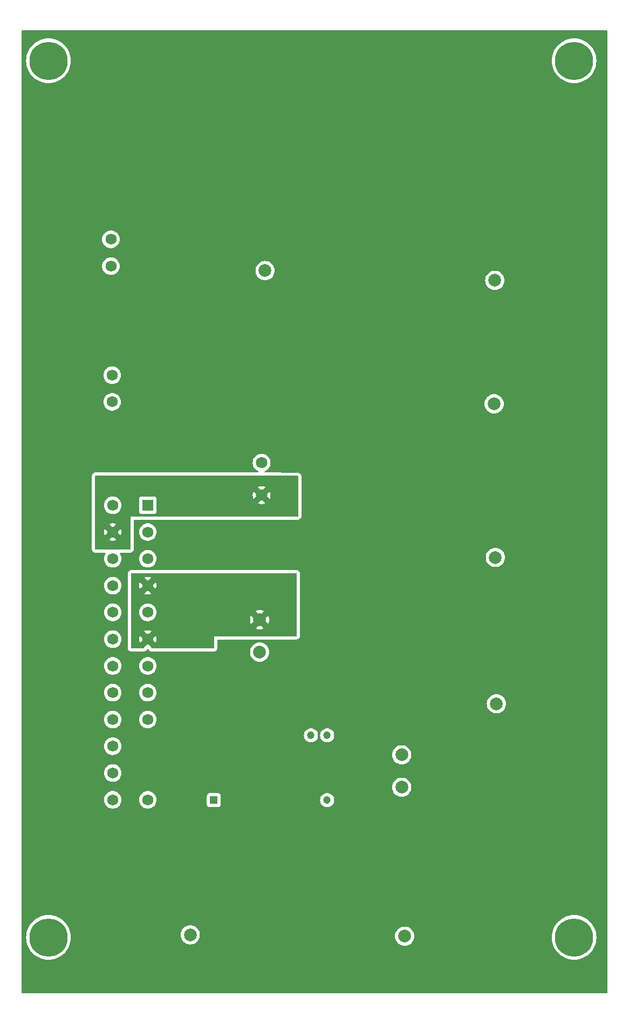
<source format=gbr>
%TF.GenerationSoftware,KiCad,Pcbnew,7.0.8-7.0.8~ubuntu22.04.1*%
%TF.CreationDate,2025-01-17T11:03:05+01:00*%
%TF.ProjectId,supply_interface,73757070-6c79-45f6-996e-746572666163,rev?*%
%TF.SameCoordinates,Original*%
%TF.FileFunction,Copper,L1,Top*%
%TF.FilePolarity,Positive*%
%FSLAX46Y46*%
G04 Gerber Fmt 4.6, Leading zero omitted, Abs format (unit mm)*
G04 Created by KiCad (PCBNEW 7.0.8-7.0.8~ubuntu22.04.1) date 2025-01-17 11:03:05*
%MOMM*%
%LPD*%
G01*
G04 APERTURE LIST*
%TA.AperFunction,ComponentPad*%
%ADD10C,0.800000*%
%TD*%
%TA.AperFunction,ComponentPad*%
%ADD11C,6.000000*%
%TD*%
%TA.AperFunction,ComponentPad*%
%ADD12R,1.750000X1.750000*%
%TD*%
%TA.AperFunction,ComponentPad*%
%ADD13C,1.750000*%
%TD*%
%TA.AperFunction,ComponentPad*%
%ADD14C,2.006600*%
%TD*%
%TA.AperFunction,ComponentPad*%
%ADD15R,1.200000X1.200000*%
%TD*%
%TA.AperFunction,ComponentPad*%
%ADD16C,1.200000*%
%TD*%
%TA.AperFunction,ComponentPad*%
%ADD17C,1.800000*%
%TD*%
G04 APERTURE END LIST*
D10*
%TO.P,H4,1*%
%TO.N,N/C*%
X125250000Y-167500000D03*
X125909010Y-165909010D03*
X125909010Y-169090990D03*
X127500000Y-165250000D03*
D11*
X127500000Y-167500000D03*
D10*
X127500000Y-169750000D03*
X129090990Y-165909010D03*
X129090990Y-169090990D03*
X129750000Y-167500000D03*
%TD*%
D12*
%TO.P,J2,1,1*%
%TO.N,12V*%
X60500000Y-79300000D03*
D13*
%TO.P,J2,2,2*%
X60500000Y-83500000D03*
%TO.P,J2,3,3*%
%TO.N,GND*%
X55000000Y-79300000D03*
%TO.P,J2,4,4*%
X55000000Y-83500000D03*
%TD*%
D14*
%TO.P,J9,1,1*%
%TO.N,12V*%
X79000000Y-57820000D03*
%TO.P,J9,2,2*%
%TO.N,GND*%
X79000000Y-62900000D03*
%TD*%
D10*
%TO.P,H2,1*%
%TO.N,N/C*%
X125250000Y-30000000D03*
X125909010Y-28409010D03*
X125909010Y-31590990D03*
X127500000Y-27750000D03*
D11*
X127500000Y-30000000D03*
D10*
X127500000Y-32250000D03*
X129090990Y-28409010D03*
X129090990Y-31590990D03*
X129750000Y-30000000D03*
%TD*%
D15*
%TO.P,PS1,1,-VIN*%
%TO.N,GND*%
X70960000Y-145960000D03*
D16*
%TO.P,PS1,8,NC*%
%TO.N,unconnected-(PS1-NC-Pad8)*%
X88740000Y-145960000D03*
%TO.P,PS1,9,+VOUT*%
%TO.N,24 V*%
X88740000Y-135800000D03*
%TO.P,PS1,10,-VOUT*%
%TO.N,0 V*%
X86200000Y-135800000D03*
%TO.P,PS1,16,+VIN*%
%TO.N,12V*%
X70960000Y-135800000D03*
%TD*%
D14*
%TO.P,J6,1,1*%
%TO.N,12V*%
X115300000Y-125760000D03*
%TO.P,J6,2,2*%
%TO.N,GND*%
X115300000Y-130840000D03*
%TD*%
%TO.P,J11,1,1*%
%TO.N,12V*%
X115050000Y-59360000D03*
%TO.P,J11,2,2*%
%TO.N,GND*%
X115050000Y-64440000D03*
%TD*%
D10*
%TO.P,H3,1*%
%TO.N,N/C*%
X42750000Y-167500000D03*
X43409010Y-165909010D03*
X43409010Y-169090990D03*
X45000000Y-165250000D03*
D11*
X45000000Y-167500000D03*
D10*
X45000000Y-169750000D03*
X46590990Y-165909010D03*
X46590990Y-169090990D03*
X47250000Y-167500000D03*
%TD*%
D12*
%TO.P,J1,1,1*%
%TO.N,3.3V*%
X60590000Y-99710000D03*
D13*
%TO.P,J1,2,2*%
X60590000Y-103910000D03*
%TO.P,J1,3,3*%
%TO.N,GND*%
X60590000Y-108110000D03*
%TO.P,J1,4,4*%
%TO.N,5V*%
X60590000Y-112310000D03*
%TO.P,J1,5,5*%
%TO.N,GND*%
X60590000Y-116510000D03*
%TO.P,J1,6,6*%
%TO.N,5V*%
X60590000Y-120710000D03*
%TO.P,J1,7,7*%
%TO.N,GND*%
X60590000Y-124910000D03*
%TO.P,J1,8,8*%
%TO.N,unconnected-(J1-Pad8)*%
X60590000Y-129110000D03*
%TO.P,J1,9,9*%
%TO.N,unconnected-(J1-Pad9)*%
X60590000Y-133310000D03*
%TO.P,J1,10,10*%
%TO.N,12V*%
X60590000Y-137510000D03*
%TO.P,J1,11,11*%
X60590000Y-141710000D03*
%TO.P,J1,12,12*%
%TO.N,3.3V*%
X60590000Y-145910000D03*
%TO.P,J1,13,13*%
X55090000Y-99710000D03*
%TO.P,J1,14,14*%
%TO.N,-12V*%
X55090000Y-103910000D03*
%TO.P,J1,15,15*%
%TO.N,GND*%
X55090000Y-108110000D03*
%TO.P,J1,16,16*%
%TO.N,unconnected-(J1-Pad16)*%
X55090000Y-112310000D03*
%TO.P,J1,17,17*%
%TO.N,GND*%
X55090000Y-116510000D03*
%TO.P,J1,18,18*%
X55090000Y-120710000D03*
%TO.P,J1,19,19*%
X55090000Y-124910000D03*
%TO.P,J1,20,20*%
%TO.N,-5V*%
X55090000Y-129110000D03*
%TO.P,J1,21,21*%
%TO.N,5V*%
X55090000Y-133310000D03*
%TO.P,J1,22,22*%
X55090000Y-137510000D03*
%TO.P,J1,23,23*%
X55090000Y-141710000D03*
%TO.P,J1,24,24*%
%TO.N,GND*%
X55090000Y-145910000D03*
%TD*%
D12*
%TO.P,J7,1,1*%
%TO.N,12V*%
X60300000Y-58000000D03*
D13*
%TO.P,J7,2,2*%
X60300000Y-62200000D03*
%TO.P,J7,3,3*%
%TO.N,GND*%
X54800000Y-58000000D03*
%TO.P,J7,4,4*%
X54800000Y-62200000D03*
%TD*%
D17*
%TO.P,J5,1,1*%
%TO.N,-12V*%
X78450000Y-98130000D03*
%TO.P,J5,2,2*%
%TO.N,GND*%
X78450000Y-93050000D03*
%TO.P,J5,3,3*%
%TO.N,12V*%
X78450000Y-87970000D03*
%TD*%
D14*
%TO.P,J4,1,1*%
%TO.N,12V*%
X72330000Y-167100000D03*
%TO.P,J4,2,2*%
%TO.N,GND*%
X67250000Y-167100000D03*
%TD*%
%TO.P,J3,1,1*%
%TO.N,12V*%
X105980000Y-167310000D03*
%TO.P,J3,2,2*%
%TO.N,GND*%
X100900000Y-167310000D03*
%TD*%
%TO.P,J12,1,1*%
%TO.N,5V*%
X78150000Y-117664900D03*
%TO.P,J12,2,2*%
%TO.N,GND*%
X78150000Y-122744900D03*
%TD*%
D10*
%TO.P,H1,1*%
%TO.N,N/C*%
X42750000Y-30000000D03*
X43409010Y-28409010D03*
X43409010Y-31590990D03*
X45000000Y-27750000D03*
D11*
X45000000Y-30000000D03*
D10*
X45000000Y-32250000D03*
X46590990Y-28409010D03*
X46590990Y-31590990D03*
X47250000Y-30000000D03*
%TD*%
D14*
%TO.P,J10,1,1*%
%TO.N,24 V*%
X100440000Y-138860000D03*
%TO.P,J10,2,2*%
%TO.N,0 V*%
X100440000Y-143940000D03*
%TD*%
%TO.P,J8,1,1*%
%TO.N,12V*%
X115150000Y-102810000D03*
%TO.P,J8,2,2*%
%TO.N,GND*%
X115150000Y-107890000D03*
%TD*%
%TO.P,J13,1,1*%
%TO.N,12V*%
X114950000Y-78720000D03*
%TO.P,J13,2,2*%
%TO.N,GND*%
X114950000Y-83800000D03*
%TD*%
%TA.AperFunction,Conductor*%
%TO.N,-12V*%
G36*
X84076197Y-95099805D02*
G01*
X84143203Y-95119595D01*
X84188875Y-95172470D01*
X84200000Y-95223805D01*
X84200000Y-101376000D01*
X84180315Y-101443039D01*
X84127511Y-101488794D01*
X84076000Y-101500000D01*
X57900000Y-101500000D01*
X57900000Y-106526000D01*
X57880315Y-106593039D01*
X57827511Y-106638794D01*
X57776000Y-106650000D01*
X52424000Y-106650000D01*
X52356961Y-106630315D01*
X52311206Y-106577511D01*
X52300000Y-106526000D01*
X52300000Y-105172739D01*
X54534365Y-105172739D01*
X54535774Y-105173502D01*
X54535780Y-105173504D01*
X54751298Y-105247492D01*
X54976065Y-105285000D01*
X55203935Y-105285000D01*
X55428701Y-105247492D01*
X55644220Y-105173504D01*
X55644223Y-105173503D01*
X55645633Y-105172739D01*
X55086531Y-104613636D01*
X55073350Y-104622443D01*
X55070315Y-104632782D01*
X55053681Y-104653424D01*
X54534365Y-105172739D01*
X52300000Y-105172739D01*
X52300000Y-103910006D01*
X53710288Y-103910006D01*
X53729103Y-104137085D01*
X53729105Y-104137093D01*
X53785045Y-104357993D01*
X53830735Y-104462156D01*
X53830736Y-104462157D01*
X54297897Y-103994995D01*
X54390000Y-103994995D01*
X54430682Y-104160046D01*
X54509680Y-104310566D01*
X54622405Y-104437806D01*
X54762305Y-104534371D01*
X54921249Y-104594651D01*
X55047660Y-104610000D01*
X55132340Y-104610000D01*
X55258751Y-104594651D01*
X55417695Y-104534371D01*
X55557595Y-104437806D01*
X55670320Y-104310566D01*
X55749318Y-104160046D01*
X55790000Y-103994995D01*
X55790000Y-103906531D01*
X55793636Y-103906531D01*
X56349262Y-104462157D01*
X56349263Y-104462156D01*
X56394951Y-104358001D01*
X56394955Y-104357990D01*
X56450892Y-104137105D01*
X56450896Y-104137085D01*
X56469712Y-103910006D01*
X56469712Y-103909993D01*
X56450896Y-103682914D01*
X56450892Y-103682894D01*
X56394955Y-103462009D01*
X56394955Y-103462008D01*
X56349262Y-103357841D01*
X55833424Y-103873681D01*
X55805339Y-103889016D01*
X55793636Y-103906531D01*
X55790000Y-103906531D01*
X55790000Y-103825005D01*
X55749318Y-103659954D01*
X55670320Y-103509434D01*
X55557595Y-103382194D01*
X55417695Y-103285629D01*
X55258751Y-103225349D01*
X55132340Y-103210000D01*
X55047660Y-103210000D01*
X54921249Y-103225349D01*
X54762305Y-103285629D01*
X54622405Y-103382194D01*
X54509680Y-103509434D01*
X54430682Y-103659954D01*
X54390000Y-103825005D01*
X54390000Y-103994995D01*
X54297897Y-103994995D01*
X54382892Y-103910000D01*
X54382893Y-103909999D01*
X53830736Y-103357842D01*
X53785044Y-103462008D01*
X53729105Y-103682906D01*
X53729103Y-103682914D01*
X53710288Y-103909993D01*
X53710288Y-103910006D01*
X52300000Y-103910006D01*
X52300000Y-102647260D01*
X54534366Y-102647260D01*
X55089999Y-103202893D01*
X55090000Y-103202893D01*
X55090000Y-103202892D01*
X55645633Y-102647259D01*
X55644225Y-102646497D01*
X55428701Y-102572507D01*
X55203935Y-102535000D01*
X54976065Y-102535000D01*
X54751298Y-102572507D01*
X54535774Y-102646497D01*
X54535772Y-102646498D01*
X54534366Y-102647259D01*
X54534366Y-102647260D01*
X52300000Y-102647260D01*
X52300000Y-99710006D01*
X53709786Y-99710006D01*
X53728608Y-99937168D01*
X53728610Y-99937179D01*
X53784569Y-100158155D01*
X53876137Y-100366908D01*
X54000814Y-100557742D01*
X54155208Y-100725458D01*
X54155212Y-100725461D01*
X54335090Y-100865466D01*
X54335094Y-100865469D01*
X54335096Y-100865470D01*
X54335099Y-100865472D01*
X54451646Y-100928543D01*
X54535574Y-100973963D01*
X54647529Y-101012397D01*
X54751173Y-101047979D01*
X54751175Y-101047979D01*
X54751177Y-101047980D01*
X54976023Y-101085500D01*
X54976024Y-101085500D01*
X55203976Y-101085500D01*
X55203977Y-101085500D01*
X55428823Y-101047980D01*
X55644426Y-100973963D01*
X55844906Y-100865469D01*
X56024794Y-100725456D01*
X56110025Y-100632870D01*
X59214500Y-100632870D01*
X59214501Y-100632876D01*
X59220908Y-100692483D01*
X59271202Y-100827328D01*
X59271206Y-100827335D01*
X59357452Y-100942544D01*
X59357455Y-100942547D01*
X59472664Y-101028793D01*
X59472671Y-101028797D01*
X59607517Y-101079091D01*
X59607516Y-101079091D01*
X59614444Y-101079835D01*
X59667127Y-101085500D01*
X61512872Y-101085499D01*
X61572483Y-101079091D01*
X61707331Y-101028796D01*
X61822546Y-100942546D01*
X61908796Y-100827331D01*
X61959091Y-100692483D01*
X61965500Y-100632873D01*
X61965499Y-99411184D01*
X77875921Y-99411184D01*
X77885700Y-99416477D01*
X77885709Y-99416481D01*
X78105139Y-99491811D01*
X78333993Y-99530000D01*
X78566007Y-99530000D01*
X78794860Y-99491811D01*
X79014301Y-99416476D01*
X79024077Y-99411185D01*
X79024078Y-99411184D01*
X78450001Y-98837107D01*
X78450000Y-98837107D01*
X77875921Y-99411184D01*
X61965499Y-99411184D01*
X61965499Y-98787128D01*
X61959091Y-98727517D01*
X61949250Y-98701133D01*
X61908797Y-98592671D01*
X61908793Y-98592664D01*
X61822547Y-98477455D01*
X61822544Y-98477452D01*
X61707335Y-98391206D01*
X61707328Y-98391202D01*
X61572482Y-98340908D01*
X61572483Y-98340908D01*
X61512883Y-98334501D01*
X61512881Y-98334500D01*
X61512873Y-98334500D01*
X61512864Y-98334500D01*
X59667129Y-98334500D01*
X59667123Y-98334501D01*
X59607516Y-98340908D01*
X59472671Y-98391202D01*
X59472664Y-98391206D01*
X59357455Y-98477452D01*
X59357452Y-98477455D01*
X59271206Y-98592664D01*
X59271202Y-98592671D01*
X59220908Y-98727517D01*
X59214501Y-98787116D01*
X59214501Y-98787123D01*
X59214500Y-98787135D01*
X59214500Y-100632870D01*
X56110025Y-100632870D01*
X56179183Y-100557745D01*
X56303862Y-100366909D01*
X56395430Y-100158155D01*
X56451390Y-99937176D01*
X56470214Y-99710000D01*
X56470214Y-99709993D01*
X56451391Y-99482831D01*
X56451389Y-99482820D01*
X56395430Y-99261844D01*
X56303862Y-99053091D01*
X56179185Y-98862257D01*
X56110013Y-98787116D01*
X56024794Y-98694544D01*
X56024793Y-98694543D01*
X56024791Y-98694541D01*
X56024787Y-98694538D01*
X55844909Y-98554533D01*
X55844900Y-98554527D01*
X55644432Y-98446040D01*
X55644429Y-98446039D01*
X55644426Y-98446037D01*
X55644420Y-98446035D01*
X55644418Y-98446034D01*
X55428826Y-98372020D01*
X55242378Y-98340908D01*
X55203977Y-98334500D01*
X54976023Y-98334500D01*
X54937622Y-98340908D01*
X54751173Y-98372020D01*
X54535581Y-98446034D01*
X54535567Y-98446040D01*
X54335099Y-98554527D01*
X54335090Y-98554533D01*
X54155212Y-98694538D01*
X54155208Y-98694541D01*
X54000814Y-98862257D01*
X53876137Y-99053091D01*
X53784569Y-99261844D01*
X53728610Y-99482820D01*
X53728608Y-99482831D01*
X53709786Y-99709993D01*
X53709786Y-99710006D01*
X52300000Y-99710006D01*
X52300000Y-98130005D01*
X77045202Y-98130005D01*
X77064361Y-98361218D01*
X77121317Y-98586135D01*
X77171759Y-98701132D01*
X77742893Y-98130000D01*
X77844823Y-98130000D01*
X77865444Y-98286631D01*
X77925901Y-98432588D01*
X78022075Y-98557925D01*
X78147412Y-98654099D01*
X78293369Y-98714556D01*
X78410677Y-98730000D01*
X78489323Y-98730000D01*
X78606631Y-98714556D01*
X78752588Y-98654099D01*
X78877925Y-98557925D01*
X78974099Y-98432589D01*
X79034556Y-98286631D01*
X79055177Y-98130000D01*
X79157107Y-98130000D01*
X79728239Y-98701133D01*
X79728240Y-98701132D01*
X79778681Y-98586137D01*
X79835638Y-98361218D01*
X79854798Y-98130005D01*
X79854798Y-98129994D01*
X79835638Y-97898781D01*
X79778682Y-97673864D01*
X79728239Y-97558865D01*
X79157107Y-98129999D01*
X79157107Y-98130000D01*
X79055177Y-98130000D01*
X79034556Y-97973369D01*
X78974099Y-97827412D01*
X78877925Y-97702075D01*
X78752588Y-97605901D01*
X78606631Y-97545444D01*
X78489323Y-97530000D01*
X78410677Y-97530000D01*
X78293369Y-97545444D01*
X78147412Y-97605901D01*
X78022075Y-97702075D01*
X77925901Y-97827411D01*
X77865444Y-97973369D01*
X77844823Y-98130000D01*
X77742893Y-98130000D01*
X77171759Y-97558866D01*
X77171758Y-97558866D01*
X77121319Y-97673860D01*
X77121317Y-97673864D01*
X77064361Y-97898781D01*
X77045202Y-98129994D01*
X77045202Y-98130005D01*
X52300000Y-98130005D01*
X52300000Y-96848814D01*
X77875920Y-96848814D01*
X78450000Y-97422893D01*
X78450001Y-97422893D01*
X79024078Y-96848814D01*
X79024078Y-96848813D01*
X79014307Y-96843526D01*
X79014296Y-96843521D01*
X78794860Y-96768188D01*
X78566007Y-96730000D01*
X78333993Y-96730000D01*
X78105139Y-96768188D01*
X77885699Y-96843522D01*
X77875921Y-96848813D01*
X77875920Y-96848814D01*
X52300000Y-96848814D01*
X52300000Y-95174194D01*
X52319685Y-95107155D01*
X52372489Y-95061400D01*
X52424190Y-95050194D01*
X84076197Y-95099805D01*
G37*
%TD.AperFunction*%
%TD*%
%TA.AperFunction,Conductor*%
%TO.N,12V*%
G36*
X132693039Y-25269685D02*
G01*
X132738794Y-25322489D01*
X132750000Y-25374000D01*
X132750000Y-176126000D01*
X132730315Y-176193039D01*
X132677511Y-176238794D01*
X132626000Y-176250000D01*
X40874000Y-176250000D01*
X40806961Y-176230315D01*
X40761206Y-176177511D01*
X40750000Y-176126000D01*
X40750000Y-167500000D01*
X41494696Y-167500000D01*
X41513898Y-167866405D01*
X41532942Y-167986641D01*
X41571295Y-168228794D01*
X41595831Y-168320365D01*
X41666260Y-168583206D01*
X41797746Y-168925739D01*
X41964320Y-169252656D01*
X42164147Y-169560364D01*
X42164149Y-169560366D01*
X42395051Y-169845506D01*
X42654494Y-170104949D01*
X42654498Y-170104952D01*
X42939635Y-170335852D01*
X43247343Y-170535679D01*
X43247348Y-170535682D01*
X43574264Y-170702255D01*
X43916801Y-170833742D01*
X44271206Y-170928705D01*
X44633596Y-170986102D01*
X44979734Y-171004241D01*
X44999999Y-171005304D01*
X45000000Y-171005304D01*
X45000001Y-171005304D01*
X45019203Y-171004297D01*
X45366404Y-170986102D01*
X45728794Y-170928705D01*
X46083199Y-170833742D01*
X46425736Y-170702255D01*
X46752652Y-170535682D01*
X47060366Y-170335851D01*
X47345506Y-170104949D01*
X47604949Y-169845506D01*
X47835851Y-169560366D01*
X48035682Y-169252652D01*
X48202255Y-168925736D01*
X48333742Y-168583199D01*
X48428705Y-168228794D01*
X48486102Y-167866404D01*
X48505304Y-167500000D01*
X48486102Y-167133596D01*
X48480781Y-167100000D01*
X65741550Y-167100000D01*
X65760122Y-167335977D01*
X65815378Y-167566136D01*
X65905960Y-167784822D01*
X66029634Y-167986640D01*
X66029635Y-167986641D01*
X66029636Y-167986643D01*
X66029638Y-167986645D01*
X66183365Y-168166635D01*
X66363355Y-168320362D01*
X66363357Y-168320363D01*
X66363358Y-168320364D01*
X66363359Y-168320365D01*
X66565177Y-168444039D01*
X66773581Y-168530362D01*
X66783863Y-168534621D01*
X67014026Y-168589878D01*
X67250000Y-168608450D01*
X67485974Y-168589878D01*
X67716137Y-168534621D01*
X67934822Y-168444039D01*
X68136645Y-168320362D01*
X68316635Y-168166635D01*
X68470362Y-167986645D01*
X68594039Y-167784822D01*
X68684621Y-167566137D01*
X68739878Y-167335974D01*
X68741922Y-167310000D01*
X99391550Y-167310000D01*
X99410122Y-167545977D01*
X99465378Y-167776136D01*
X99555960Y-167994822D01*
X99679634Y-168196640D01*
X99679635Y-168196641D01*
X99679636Y-168196643D01*
X99679638Y-168196645D01*
X99833365Y-168376635D01*
X100013355Y-168530362D01*
X100013357Y-168530363D01*
X100013358Y-168530364D01*
X100013359Y-168530365D01*
X100215177Y-168654039D01*
X100433863Y-168744621D01*
X100664026Y-168799878D01*
X100900000Y-168818450D01*
X101135974Y-168799878D01*
X101366137Y-168744621D01*
X101584822Y-168654039D01*
X101786645Y-168530362D01*
X101966635Y-168376635D01*
X102120362Y-168196645D01*
X102244039Y-167994822D01*
X102334621Y-167776137D01*
X102389878Y-167545974D01*
X102393496Y-167500000D01*
X123994696Y-167500000D01*
X124013898Y-167866405D01*
X124032942Y-167986641D01*
X124071295Y-168228794D01*
X124095831Y-168320365D01*
X124166260Y-168583206D01*
X124297746Y-168925739D01*
X124464320Y-169252656D01*
X124664147Y-169560364D01*
X124664149Y-169560366D01*
X124895051Y-169845506D01*
X125154494Y-170104949D01*
X125154498Y-170104952D01*
X125439635Y-170335852D01*
X125747343Y-170535679D01*
X125747348Y-170535682D01*
X126074264Y-170702255D01*
X126416801Y-170833742D01*
X126771206Y-170928705D01*
X127133596Y-170986102D01*
X127479734Y-171004241D01*
X127499999Y-171005304D01*
X127500000Y-171005304D01*
X127500001Y-171005304D01*
X127519203Y-171004297D01*
X127866404Y-170986102D01*
X128228794Y-170928705D01*
X128583199Y-170833742D01*
X128925736Y-170702255D01*
X129252652Y-170535682D01*
X129560366Y-170335851D01*
X129845506Y-170104949D01*
X130104949Y-169845506D01*
X130335851Y-169560366D01*
X130535682Y-169252652D01*
X130702255Y-168925736D01*
X130833742Y-168583199D01*
X130928705Y-168228794D01*
X130986102Y-167866404D01*
X131005304Y-167500000D01*
X130986102Y-167133596D01*
X130928705Y-166771206D01*
X130833742Y-166416801D01*
X130702255Y-166074264D01*
X130535682Y-165747348D01*
X130482451Y-165665379D01*
X130335852Y-165439635D01*
X130104952Y-165154498D01*
X130104949Y-165154494D01*
X129845506Y-164895051D01*
X129560366Y-164664149D01*
X129560364Y-164664147D01*
X129252656Y-164464320D01*
X128925739Y-164297746D01*
X128583206Y-164166260D01*
X128583199Y-164166258D01*
X128228794Y-164071295D01*
X128228790Y-164071294D01*
X128228789Y-164071294D01*
X127866405Y-164013898D01*
X127500001Y-163994696D01*
X127499999Y-163994696D01*
X127133594Y-164013898D01*
X126771211Y-164071294D01*
X126771209Y-164071294D01*
X126416793Y-164166260D01*
X126074260Y-164297746D01*
X125747343Y-164464320D01*
X125439635Y-164664147D01*
X125154498Y-164895047D01*
X125154490Y-164895054D01*
X124895054Y-165154490D01*
X124895047Y-165154498D01*
X124664147Y-165439635D01*
X124464320Y-165747343D01*
X124297746Y-166074260D01*
X124166260Y-166416793D01*
X124071294Y-166771209D01*
X124071294Y-166771211D01*
X124013898Y-167133594D01*
X123994696Y-167499999D01*
X123994696Y-167500000D01*
X102393496Y-167500000D01*
X102408450Y-167310000D01*
X102389878Y-167074026D01*
X102334621Y-166843863D01*
X102304526Y-166771206D01*
X102244039Y-166625177D01*
X102120365Y-166423359D01*
X102120364Y-166423358D01*
X102120363Y-166423357D01*
X102120362Y-166423355D01*
X101966635Y-166243365D01*
X101786645Y-166089638D01*
X101786643Y-166089636D01*
X101786641Y-166089635D01*
X101786640Y-166089634D01*
X101584822Y-165965960D01*
X101366136Y-165875378D01*
X101135977Y-165820122D01*
X100900000Y-165801550D01*
X100664022Y-165820122D01*
X100433863Y-165875378D01*
X100215177Y-165965960D01*
X100013359Y-166089634D01*
X100013358Y-166089635D01*
X99833365Y-166243365D01*
X99679635Y-166423358D01*
X99679634Y-166423359D01*
X99555960Y-166625177D01*
X99465378Y-166843863D01*
X99410122Y-167074022D01*
X99391550Y-167310000D01*
X68741922Y-167310000D01*
X68758450Y-167100000D01*
X68739878Y-166864026D01*
X68684621Y-166633863D01*
X68597428Y-166423359D01*
X68594039Y-166415177D01*
X68470365Y-166213359D01*
X68470364Y-166213358D01*
X68470363Y-166213357D01*
X68470362Y-166213355D01*
X68316635Y-166033365D01*
X68136645Y-165879638D01*
X68136643Y-165879636D01*
X68136641Y-165879635D01*
X68136640Y-165879634D01*
X67934822Y-165755960D01*
X67716136Y-165665378D01*
X67485977Y-165610122D01*
X67250000Y-165591550D01*
X67014022Y-165610122D01*
X66783863Y-165665378D01*
X66565177Y-165755960D01*
X66363359Y-165879634D01*
X66363358Y-165879635D01*
X66183365Y-166033365D01*
X66029635Y-166213358D01*
X66029634Y-166213359D01*
X65905960Y-166415177D01*
X65815378Y-166633863D01*
X65760122Y-166864022D01*
X65741550Y-167100000D01*
X48480781Y-167100000D01*
X48428705Y-166771206D01*
X48333742Y-166416801D01*
X48202255Y-166074264D01*
X48035682Y-165747348D01*
X47982451Y-165665379D01*
X47835852Y-165439635D01*
X47604952Y-165154498D01*
X47604949Y-165154494D01*
X47345506Y-164895051D01*
X47060366Y-164664149D01*
X47060364Y-164664147D01*
X46752656Y-164464320D01*
X46425739Y-164297746D01*
X46083206Y-164166260D01*
X46083199Y-164166258D01*
X45728794Y-164071295D01*
X45728790Y-164071294D01*
X45728789Y-164071294D01*
X45366405Y-164013898D01*
X45000001Y-163994696D01*
X44999999Y-163994696D01*
X44633594Y-164013898D01*
X44271211Y-164071294D01*
X44271209Y-164071294D01*
X43916793Y-164166260D01*
X43574260Y-164297746D01*
X43247343Y-164464320D01*
X42939635Y-164664147D01*
X42654498Y-164895047D01*
X42654490Y-164895054D01*
X42395054Y-165154490D01*
X42395047Y-165154498D01*
X42164147Y-165439635D01*
X41964320Y-165747343D01*
X41797746Y-166074260D01*
X41666260Y-166416793D01*
X41571294Y-166771209D01*
X41571294Y-166771211D01*
X41513898Y-167133594D01*
X41494696Y-167499999D01*
X41494696Y-167500000D01*
X40750000Y-167500000D01*
X40750000Y-145910006D01*
X53709786Y-145910006D01*
X53728608Y-146137168D01*
X53728610Y-146137179D01*
X53784569Y-146358155D01*
X53876137Y-146566908D01*
X54000814Y-146757742D01*
X54041861Y-146802331D01*
X54147922Y-146917544D01*
X54155208Y-146925458D01*
X54155212Y-146925461D01*
X54328710Y-147060500D01*
X54335094Y-147065469D01*
X54335096Y-147065470D01*
X54335099Y-147065472D01*
X54451646Y-147128543D01*
X54535574Y-147173963D01*
X54647529Y-147212397D01*
X54751173Y-147247979D01*
X54751175Y-147247979D01*
X54751177Y-147247980D01*
X54976023Y-147285500D01*
X54976024Y-147285500D01*
X55203976Y-147285500D01*
X55203977Y-147285500D01*
X55428823Y-147247980D01*
X55644426Y-147173963D01*
X55844906Y-147065469D01*
X56024794Y-146925456D01*
X56179183Y-146757745D01*
X56303862Y-146566909D01*
X56395430Y-146358155D01*
X56451390Y-146137176D01*
X56466071Y-145960000D01*
X56470214Y-145910006D01*
X59209786Y-145910006D01*
X59228608Y-146137168D01*
X59228610Y-146137179D01*
X59284569Y-146358155D01*
X59376137Y-146566908D01*
X59500814Y-146757742D01*
X59541861Y-146802331D01*
X59647922Y-146917544D01*
X59655208Y-146925458D01*
X59655212Y-146925461D01*
X59828710Y-147060500D01*
X59835094Y-147065469D01*
X59835096Y-147065470D01*
X59835099Y-147065472D01*
X59951646Y-147128543D01*
X60035574Y-147173963D01*
X60147529Y-147212397D01*
X60251173Y-147247979D01*
X60251175Y-147247979D01*
X60251177Y-147247980D01*
X60476023Y-147285500D01*
X60476024Y-147285500D01*
X60703976Y-147285500D01*
X60703977Y-147285500D01*
X60928823Y-147247980D01*
X61144426Y-147173963D01*
X61344906Y-147065469D01*
X61524794Y-146925456D01*
X61679183Y-146757745D01*
X61777101Y-146607870D01*
X69859500Y-146607870D01*
X69859501Y-146607876D01*
X69865908Y-146667483D01*
X69916202Y-146802328D01*
X69916206Y-146802335D01*
X70002452Y-146917544D01*
X70002455Y-146917547D01*
X70117664Y-147003793D01*
X70117671Y-147003797D01*
X70252517Y-147054091D01*
X70252516Y-147054091D01*
X70259444Y-147054835D01*
X70312127Y-147060500D01*
X71607872Y-147060499D01*
X71667483Y-147054091D01*
X71802331Y-147003796D01*
X71917546Y-146917546D01*
X72003796Y-146802331D01*
X72054091Y-146667483D01*
X72060500Y-146607873D01*
X72060499Y-145960000D01*
X87634785Y-145960000D01*
X87653602Y-146163082D01*
X87709417Y-146359247D01*
X87709422Y-146359260D01*
X87800327Y-146541821D01*
X87923237Y-146704581D01*
X88073958Y-146841980D01*
X88073960Y-146841982D01*
X88173141Y-146903392D01*
X88247363Y-146949348D01*
X88437544Y-147023024D01*
X88638024Y-147060500D01*
X88638026Y-147060500D01*
X88841974Y-147060500D01*
X88841976Y-147060500D01*
X89042456Y-147023024D01*
X89232637Y-146949348D01*
X89406041Y-146841981D01*
X89556764Y-146704579D01*
X89679673Y-146541821D01*
X89770582Y-146359250D01*
X89826397Y-146163083D01*
X89845215Y-145960000D01*
X89840582Y-145910006D01*
X89826397Y-145756917D01*
X89805314Y-145682820D01*
X89770582Y-145560750D01*
X89679673Y-145378179D01*
X89556764Y-145215421D01*
X89556762Y-145215418D01*
X89406041Y-145078019D01*
X89406039Y-145078017D01*
X89232642Y-144970655D01*
X89232635Y-144970651D01*
X89137546Y-144933814D01*
X89042456Y-144896976D01*
X88841976Y-144859500D01*
X88638024Y-144859500D01*
X88437544Y-144896976D01*
X88437541Y-144896976D01*
X88437541Y-144896977D01*
X88247364Y-144970651D01*
X88247357Y-144970655D01*
X88073960Y-145078017D01*
X88073958Y-145078019D01*
X87923237Y-145215418D01*
X87800327Y-145378178D01*
X87709422Y-145560739D01*
X87709417Y-145560752D01*
X87653602Y-145756917D01*
X87634785Y-145959999D01*
X87634785Y-145960000D01*
X72060499Y-145960000D01*
X72060499Y-145312128D01*
X72054091Y-145252517D01*
X72019719Y-145160362D01*
X72003797Y-145117671D01*
X72003793Y-145117664D01*
X71917547Y-145002455D01*
X71917544Y-145002452D01*
X71802335Y-144916206D01*
X71802328Y-144916202D01*
X71667482Y-144865908D01*
X71667483Y-144865908D01*
X71607883Y-144859501D01*
X71607881Y-144859500D01*
X71607873Y-144859500D01*
X71607864Y-144859500D01*
X70312129Y-144859500D01*
X70312123Y-144859501D01*
X70252516Y-144865908D01*
X70117671Y-144916202D01*
X70117664Y-144916206D01*
X70002455Y-145002452D01*
X70002452Y-145002455D01*
X69916206Y-145117664D01*
X69916202Y-145117671D01*
X69865908Y-145252517D01*
X69859501Y-145312116D01*
X69859501Y-145312123D01*
X69859500Y-145312135D01*
X69859500Y-146607870D01*
X61777101Y-146607870D01*
X61803862Y-146566909D01*
X61895430Y-146358155D01*
X61951390Y-146137176D01*
X61966071Y-145960000D01*
X61970214Y-145910006D01*
X61970214Y-145909993D01*
X61951391Y-145682831D01*
X61951389Y-145682820D01*
X61895430Y-145461844D01*
X61803862Y-145253091D01*
X61679185Y-145062257D01*
X61544733Y-144916204D01*
X61524794Y-144894544D01*
X61524793Y-144894543D01*
X61524791Y-144894541D01*
X61524787Y-144894538D01*
X61344909Y-144754533D01*
X61344900Y-144754527D01*
X61144432Y-144646040D01*
X61144429Y-144646039D01*
X61144426Y-144646037D01*
X61144420Y-144646035D01*
X61144418Y-144646034D01*
X60928826Y-144572020D01*
X60760188Y-144543880D01*
X60703977Y-144534500D01*
X60476023Y-144534500D01*
X60431053Y-144542004D01*
X60251173Y-144572020D01*
X60035581Y-144646034D01*
X60035567Y-144646040D01*
X59835099Y-144754527D01*
X59835090Y-144754533D01*
X59655212Y-144894538D01*
X59655208Y-144894541D01*
X59500814Y-145062257D01*
X59376137Y-145253091D01*
X59284569Y-145461844D01*
X59228610Y-145682820D01*
X59228608Y-145682831D01*
X59209786Y-145909993D01*
X59209786Y-145910006D01*
X56470214Y-145910006D01*
X56470214Y-145909993D01*
X56451391Y-145682831D01*
X56451389Y-145682820D01*
X56395430Y-145461844D01*
X56303862Y-145253091D01*
X56179185Y-145062257D01*
X56044733Y-144916204D01*
X56024794Y-144894544D01*
X56024793Y-144894543D01*
X56024791Y-144894541D01*
X56024787Y-144894538D01*
X55844909Y-144754533D01*
X55844900Y-144754527D01*
X55644432Y-144646040D01*
X55644429Y-144646039D01*
X55644426Y-144646037D01*
X55644420Y-144646035D01*
X55644418Y-144646034D01*
X55428826Y-144572020D01*
X55260188Y-144543880D01*
X55203977Y-144534500D01*
X54976023Y-144534500D01*
X54931053Y-144542004D01*
X54751173Y-144572020D01*
X54535581Y-144646034D01*
X54535567Y-144646040D01*
X54335099Y-144754527D01*
X54335090Y-144754533D01*
X54155212Y-144894538D01*
X54155208Y-144894541D01*
X54000814Y-145062257D01*
X53876137Y-145253091D01*
X53784569Y-145461844D01*
X53728610Y-145682820D01*
X53728608Y-145682831D01*
X53709786Y-145909993D01*
X53709786Y-145910006D01*
X40750000Y-145910006D01*
X40750000Y-143940000D01*
X98931550Y-143940000D01*
X98950122Y-144175977D01*
X99005378Y-144406136D01*
X99095960Y-144624822D01*
X99219634Y-144826640D01*
X99219635Y-144826641D01*
X99219636Y-144826643D01*
X99219638Y-144826645D01*
X99373365Y-145006635D01*
X99553355Y-145160362D01*
X99553357Y-145160363D01*
X99553358Y-145160364D01*
X99553359Y-145160365D01*
X99755177Y-145284039D01*
X99973863Y-145374621D01*
X100204026Y-145429878D01*
X100440000Y-145448450D01*
X100675974Y-145429878D01*
X100906137Y-145374621D01*
X101124822Y-145284039D01*
X101326645Y-145160362D01*
X101506635Y-145006635D01*
X101660362Y-144826645D01*
X101784039Y-144624822D01*
X101874621Y-144406137D01*
X101929878Y-144175974D01*
X101948450Y-143940000D01*
X101929878Y-143704026D01*
X101874621Y-143473863D01*
X101784039Y-143255178D01*
X101784039Y-143255177D01*
X101660365Y-143053359D01*
X101660364Y-143053358D01*
X101660363Y-143053357D01*
X101660362Y-143053355D01*
X101506635Y-142873365D01*
X101326645Y-142719638D01*
X101326643Y-142719636D01*
X101326641Y-142719635D01*
X101326640Y-142719634D01*
X101124822Y-142595960D01*
X100906136Y-142505378D01*
X100675977Y-142450122D01*
X100440000Y-142431550D01*
X100204022Y-142450122D01*
X99973863Y-142505378D01*
X99755177Y-142595960D01*
X99553359Y-142719634D01*
X99553358Y-142719635D01*
X99373365Y-142873365D01*
X99219635Y-143053358D01*
X99219634Y-143053359D01*
X99095960Y-143255177D01*
X99005378Y-143473863D01*
X98950122Y-143704022D01*
X98931550Y-143940000D01*
X40750000Y-143940000D01*
X40750000Y-141710006D01*
X53709786Y-141710006D01*
X53728608Y-141937168D01*
X53728610Y-141937179D01*
X53784569Y-142158155D01*
X53876137Y-142366908D01*
X54000814Y-142557742D01*
X54000817Y-142557745D01*
X54149847Y-142719635D01*
X54155208Y-142725458D01*
X54155212Y-142725461D01*
X54335094Y-142865469D01*
X54335096Y-142865470D01*
X54335099Y-142865472D01*
X54451646Y-142928543D01*
X54535574Y-142973963D01*
X54647529Y-143012397D01*
X54751173Y-143047979D01*
X54751175Y-143047979D01*
X54751177Y-143047980D01*
X54976023Y-143085500D01*
X54976024Y-143085500D01*
X55203976Y-143085500D01*
X55203977Y-143085500D01*
X55428823Y-143047980D01*
X55644426Y-142973963D01*
X55844906Y-142865469D01*
X56024794Y-142725456D01*
X56179183Y-142557745D01*
X56303862Y-142366909D01*
X56395430Y-142158155D01*
X56451390Y-141937176D01*
X56470214Y-141710000D01*
X56470214Y-141709993D01*
X56451391Y-141482831D01*
X56451389Y-141482820D01*
X56395430Y-141261844D01*
X56303862Y-141053091D01*
X56179185Y-140862257D01*
X56024791Y-140694541D01*
X56024787Y-140694538D01*
X55844909Y-140554533D01*
X55844900Y-140554527D01*
X55644432Y-140446040D01*
X55644429Y-140446039D01*
X55644426Y-140446037D01*
X55644420Y-140446035D01*
X55644418Y-140446034D01*
X55428826Y-140372020D01*
X55260188Y-140343880D01*
X55203977Y-140334500D01*
X54976023Y-140334500D01*
X54931053Y-140342004D01*
X54751173Y-140372020D01*
X54535581Y-140446034D01*
X54535567Y-140446040D01*
X54335099Y-140554527D01*
X54335090Y-140554533D01*
X54155212Y-140694538D01*
X54155208Y-140694541D01*
X54000814Y-140862257D01*
X53876137Y-141053091D01*
X53784569Y-141261844D01*
X53728610Y-141482820D01*
X53728608Y-141482831D01*
X53709786Y-141709993D01*
X53709786Y-141710006D01*
X40750000Y-141710006D01*
X40750000Y-137510006D01*
X53709786Y-137510006D01*
X53728608Y-137737168D01*
X53728610Y-137737179D01*
X53784569Y-137958155D01*
X53876137Y-138166908D01*
X54000814Y-138357742D01*
X54155208Y-138525458D01*
X54155212Y-138525461D01*
X54335094Y-138665469D01*
X54335096Y-138665470D01*
X54335099Y-138665472D01*
X54451646Y-138728543D01*
X54535574Y-138773963D01*
X54647529Y-138812397D01*
X54751173Y-138847979D01*
X54751175Y-138847979D01*
X54751177Y-138847980D01*
X54976023Y-138885500D01*
X54976024Y-138885500D01*
X55203976Y-138885500D01*
X55203977Y-138885500D01*
X55356791Y-138860000D01*
X98931550Y-138860000D01*
X98950122Y-139095977D01*
X99005378Y-139326136D01*
X99095960Y-139544822D01*
X99219634Y-139746640D01*
X99219635Y-139746641D01*
X99219636Y-139746643D01*
X99219638Y-139746645D01*
X99373365Y-139926635D01*
X99553355Y-140080362D01*
X99553357Y-140080363D01*
X99553358Y-140080364D01*
X99553359Y-140080365D01*
X99755177Y-140204039D01*
X99973863Y-140294621D01*
X100204026Y-140349878D01*
X100440000Y-140368450D01*
X100675974Y-140349878D01*
X100906137Y-140294621D01*
X101124822Y-140204039D01*
X101326645Y-140080362D01*
X101506635Y-139926635D01*
X101660362Y-139746645D01*
X101784039Y-139544822D01*
X101874621Y-139326137D01*
X101929878Y-139095974D01*
X101948450Y-138860000D01*
X101929878Y-138624026D01*
X101874621Y-138393863D01*
X101784039Y-138175177D01*
X101660365Y-137973359D01*
X101660364Y-137973358D01*
X101660363Y-137973357D01*
X101660362Y-137973355D01*
X101506635Y-137793365D01*
X101326645Y-137639638D01*
X101326643Y-137639636D01*
X101326641Y-137639635D01*
X101326640Y-137639634D01*
X101124822Y-137515960D01*
X100906136Y-137425378D01*
X100675977Y-137370122D01*
X100440000Y-137351550D01*
X100204022Y-137370122D01*
X99973863Y-137425378D01*
X99755177Y-137515960D01*
X99553359Y-137639634D01*
X99553358Y-137639635D01*
X99373365Y-137793365D01*
X99219635Y-137973358D01*
X99219634Y-137973359D01*
X99095960Y-138175177D01*
X99005378Y-138393863D01*
X98950122Y-138624022D01*
X98931550Y-138860000D01*
X55356791Y-138860000D01*
X55428823Y-138847980D01*
X55644426Y-138773963D01*
X55844906Y-138665469D01*
X56024794Y-138525456D01*
X56179183Y-138357745D01*
X56303862Y-138166909D01*
X56395430Y-137958155D01*
X56451390Y-137737176D01*
X56459472Y-137639638D01*
X56470214Y-137510006D01*
X56470214Y-137509993D01*
X56451391Y-137282831D01*
X56451389Y-137282820D01*
X56395430Y-137061844D01*
X56303862Y-136853091D01*
X56179185Y-136662257D01*
X56070856Y-136544581D01*
X56024794Y-136494544D01*
X56024793Y-136494543D01*
X56024791Y-136494541D01*
X56024787Y-136494538D01*
X55844909Y-136354533D01*
X55844900Y-136354527D01*
X55644432Y-136246040D01*
X55644429Y-136246039D01*
X55644426Y-136246037D01*
X55644420Y-136246035D01*
X55644418Y-136246034D01*
X55428826Y-136172020D01*
X55260188Y-136143880D01*
X55203977Y-136134500D01*
X54976023Y-136134500D01*
X54931053Y-136142004D01*
X54751173Y-136172020D01*
X54535581Y-136246034D01*
X54535567Y-136246040D01*
X54335099Y-136354527D01*
X54335090Y-136354533D01*
X54155212Y-136494538D01*
X54155208Y-136494541D01*
X54000814Y-136662257D01*
X53876137Y-136853091D01*
X53784569Y-137061844D01*
X53728610Y-137282820D01*
X53728608Y-137282831D01*
X53709786Y-137509993D01*
X53709786Y-137510006D01*
X40750000Y-137510006D01*
X40750000Y-135800000D01*
X85094785Y-135800000D01*
X85113602Y-136003082D01*
X85169417Y-136199247D01*
X85169422Y-136199260D01*
X85260327Y-136381821D01*
X85383237Y-136544581D01*
X85533958Y-136681980D01*
X85533960Y-136681982D01*
X85633141Y-136743392D01*
X85707363Y-136789348D01*
X85897544Y-136863024D01*
X86098024Y-136900500D01*
X86098026Y-136900500D01*
X86301974Y-136900500D01*
X86301976Y-136900500D01*
X86502456Y-136863024D01*
X86692637Y-136789348D01*
X86866041Y-136681981D01*
X87016764Y-136544579D01*
X87139673Y-136381821D01*
X87230582Y-136199250D01*
X87286397Y-136003083D01*
X87305215Y-135800000D01*
X87634785Y-135800000D01*
X87653602Y-136003082D01*
X87709417Y-136199247D01*
X87709422Y-136199260D01*
X87800327Y-136381821D01*
X87923237Y-136544581D01*
X88073958Y-136681980D01*
X88073960Y-136681982D01*
X88173141Y-136743392D01*
X88247363Y-136789348D01*
X88437544Y-136863024D01*
X88638024Y-136900500D01*
X88638026Y-136900500D01*
X88841974Y-136900500D01*
X88841976Y-136900500D01*
X89042456Y-136863024D01*
X89232637Y-136789348D01*
X89406041Y-136681981D01*
X89556764Y-136544579D01*
X89679673Y-136381821D01*
X89770582Y-136199250D01*
X89826397Y-136003083D01*
X89845215Y-135800000D01*
X89826397Y-135596917D01*
X89770582Y-135400750D01*
X89679673Y-135218179D01*
X89556764Y-135055421D01*
X89556762Y-135055418D01*
X89406041Y-134918019D01*
X89406039Y-134918017D01*
X89232642Y-134810655D01*
X89232635Y-134810651D01*
X89137546Y-134773814D01*
X89042456Y-134736976D01*
X88841976Y-134699500D01*
X88638024Y-134699500D01*
X88437544Y-134736976D01*
X88437541Y-134736976D01*
X88437541Y-134736977D01*
X88247364Y-134810651D01*
X88247357Y-134810655D01*
X88073960Y-134918017D01*
X88073958Y-134918019D01*
X87923237Y-135055418D01*
X87800327Y-135218178D01*
X87709422Y-135400739D01*
X87709417Y-135400752D01*
X87653602Y-135596917D01*
X87634785Y-135799999D01*
X87634785Y-135800000D01*
X87305215Y-135800000D01*
X87286397Y-135596917D01*
X87230582Y-135400750D01*
X87139673Y-135218179D01*
X87016764Y-135055421D01*
X87016762Y-135055418D01*
X86866041Y-134918019D01*
X86866039Y-134918017D01*
X86692642Y-134810655D01*
X86692635Y-134810651D01*
X86597546Y-134773814D01*
X86502456Y-134736976D01*
X86301976Y-134699500D01*
X86098024Y-134699500D01*
X85897544Y-134736976D01*
X85897541Y-134736976D01*
X85897541Y-134736977D01*
X85707364Y-134810651D01*
X85707357Y-134810655D01*
X85533960Y-134918017D01*
X85533958Y-134918019D01*
X85383237Y-135055418D01*
X85260327Y-135218178D01*
X85169422Y-135400739D01*
X85169417Y-135400752D01*
X85113602Y-135596917D01*
X85094785Y-135799999D01*
X85094785Y-135800000D01*
X40750000Y-135800000D01*
X40750000Y-133310006D01*
X53709786Y-133310006D01*
X53728608Y-133537168D01*
X53728610Y-133537179D01*
X53784569Y-133758155D01*
X53876137Y-133966908D01*
X54000814Y-134157742D01*
X54155208Y-134325458D01*
X54155212Y-134325461D01*
X54335094Y-134465469D01*
X54335096Y-134465470D01*
X54335099Y-134465472D01*
X54451646Y-134528543D01*
X54535574Y-134573963D01*
X54647529Y-134612397D01*
X54751173Y-134647979D01*
X54751175Y-134647979D01*
X54751177Y-134647980D01*
X54976023Y-134685500D01*
X54976024Y-134685500D01*
X55203976Y-134685500D01*
X55203977Y-134685500D01*
X55428823Y-134647980D01*
X55644426Y-134573963D01*
X55844906Y-134465469D01*
X56024794Y-134325456D01*
X56179183Y-134157745D01*
X56303862Y-133966909D01*
X56395430Y-133758155D01*
X56451390Y-133537176D01*
X56470214Y-133310006D01*
X59209786Y-133310006D01*
X59228608Y-133537168D01*
X59228610Y-133537179D01*
X59284569Y-133758155D01*
X59376137Y-133966908D01*
X59500814Y-134157742D01*
X59655208Y-134325458D01*
X59655212Y-134325461D01*
X59835094Y-134465469D01*
X59835096Y-134465470D01*
X59835099Y-134465472D01*
X59951646Y-134528543D01*
X60035574Y-134573963D01*
X60147529Y-134612397D01*
X60251173Y-134647979D01*
X60251175Y-134647979D01*
X60251177Y-134647980D01*
X60476023Y-134685500D01*
X60476024Y-134685500D01*
X60703976Y-134685500D01*
X60703977Y-134685500D01*
X60928823Y-134647980D01*
X61144426Y-134573963D01*
X61344906Y-134465469D01*
X61524794Y-134325456D01*
X61679183Y-134157745D01*
X61803862Y-133966909D01*
X61895430Y-133758155D01*
X61951390Y-133537176D01*
X61970214Y-133310000D01*
X61970214Y-133309993D01*
X61951391Y-133082831D01*
X61951389Y-133082820D01*
X61895430Y-132861844D01*
X61803862Y-132653091D01*
X61679185Y-132462257D01*
X61524791Y-132294541D01*
X61524787Y-132294538D01*
X61344909Y-132154533D01*
X61344900Y-132154527D01*
X61144432Y-132046040D01*
X61144429Y-132046039D01*
X61144426Y-132046037D01*
X61144420Y-132046035D01*
X61144418Y-132046034D01*
X60928826Y-131972020D01*
X60760188Y-131943880D01*
X60703977Y-131934500D01*
X60476023Y-131934500D01*
X60431053Y-131942004D01*
X60251173Y-131972020D01*
X60035581Y-132046034D01*
X60035567Y-132046040D01*
X59835099Y-132154527D01*
X59835090Y-132154533D01*
X59655212Y-132294538D01*
X59655208Y-132294541D01*
X59500814Y-132462257D01*
X59376137Y-132653091D01*
X59284569Y-132861844D01*
X59228610Y-133082820D01*
X59228608Y-133082831D01*
X59209786Y-133309993D01*
X59209786Y-133310006D01*
X56470214Y-133310006D01*
X56470214Y-133310000D01*
X56470214Y-133309993D01*
X56451391Y-133082831D01*
X56451389Y-133082820D01*
X56395430Y-132861844D01*
X56303862Y-132653091D01*
X56179185Y-132462257D01*
X56024791Y-132294541D01*
X56024787Y-132294538D01*
X55844909Y-132154533D01*
X55844900Y-132154527D01*
X55644432Y-132046040D01*
X55644429Y-132046039D01*
X55644426Y-132046037D01*
X55644420Y-132046035D01*
X55644418Y-132046034D01*
X55428826Y-131972020D01*
X55260188Y-131943880D01*
X55203977Y-131934500D01*
X54976023Y-131934500D01*
X54931053Y-131942004D01*
X54751173Y-131972020D01*
X54535581Y-132046034D01*
X54535567Y-132046040D01*
X54335099Y-132154527D01*
X54335090Y-132154533D01*
X54155212Y-132294538D01*
X54155208Y-132294541D01*
X54000814Y-132462257D01*
X53876137Y-132653091D01*
X53784569Y-132861844D01*
X53728610Y-133082820D01*
X53728608Y-133082831D01*
X53709786Y-133309993D01*
X53709786Y-133310006D01*
X40750000Y-133310006D01*
X40750000Y-130840000D01*
X113791550Y-130840000D01*
X113810122Y-131075977D01*
X113865378Y-131306136D01*
X113955960Y-131524822D01*
X114079634Y-131726640D01*
X114079635Y-131726641D01*
X114079636Y-131726643D01*
X114079638Y-131726645D01*
X114233365Y-131906635D01*
X114413355Y-132060362D01*
X114413357Y-132060363D01*
X114413358Y-132060364D01*
X114413359Y-132060365D01*
X114615177Y-132184039D01*
X114833863Y-132274621D01*
X115064026Y-132329878D01*
X115300000Y-132348450D01*
X115535974Y-132329878D01*
X115766137Y-132274621D01*
X115984822Y-132184039D01*
X116186645Y-132060362D01*
X116366635Y-131906635D01*
X116520362Y-131726645D01*
X116644039Y-131524822D01*
X116734621Y-131306137D01*
X116789878Y-131075974D01*
X116808450Y-130840000D01*
X116789878Y-130604026D01*
X116734621Y-130373863D01*
X116644039Y-130155178D01*
X116644039Y-130155177D01*
X116520365Y-129953359D01*
X116520364Y-129953358D01*
X116520363Y-129953357D01*
X116520362Y-129953355D01*
X116366635Y-129773365D01*
X116186645Y-129619638D01*
X116186643Y-129619636D01*
X116186641Y-129619635D01*
X116186640Y-129619634D01*
X115984822Y-129495960D01*
X115766136Y-129405378D01*
X115535977Y-129350122D01*
X115300000Y-129331550D01*
X115064022Y-129350122D01*
X114833863Y-129405378D01*
X114615177Y-129495960D01*
X114413359Y-129619634D01*
X114413358Y-129619635D01*
X114233365Y-129773365D01*
X114079635Y-129953358D01*
X114079634Y-129953359D01*
X113955960Y-130155177D01*
X113865378Y-130373863D01*
X113810122Y-130604022D01*
X113791550Y-130840000D01*
X40750000Y-130840000D01*
X40750000Y-129110006D01*
X53709786Y-129110006D01*
X53728608Y-129337168D01*
X53728610Y-129337179D01*
X53784569Y-129558155D01*
X53876137Y-129766908D01*
X54000814Y-129957742D01*
X54155208Y-130125458D01*
X54155212Y-130125461D01*
X54335090Y-130265466D01*
X54335094Y-130265469D01*
X54335096Y-130265470D01*
X54335099Y-130265472D01*
X54451646Y-130328543D01*
X54535574Y-130373963D01*
X54647529Y-130412397D01*
X54751173Y-130447979D01*
X54751175Y-130447979D01*
X54751177Y-130447980D01*
X54976023Y-130485500D01*
X54976024Y-130485500D01*
X55203976Y-130485500D01*
X55203977Y-130485500D01*
X55428823Y-130447980D01*
X55644426Y-130373963D01*
X55844906Y-130265469D01*
X56024794Y-130125456D01*
X56179183Y-129957745D01*
X56303862Y-129766909D01*
X56395430Y-129558155D01*
X56451390Y-129337176D01*
X56451391Y-129337168D01*
X56470214Y-129110006D01*
X59209786Y-129110006D01*
X59228608Y-129337168D01*
X59228610Y-129337179D01*
X59284569Y-129558155D01*
X59376137Y-129766908D01*
X59500814Y-129957742D01*
X59655208Y-130125458D01*
X59655212Y-130125461D01*
X59835090Y-130265466D01*
X59835094Y-130265469D01*
X59835096Y-130265470D01*
X59835099Y-130265472D01*
X59951646Y-130328543D01*
X60035574Y-130373963D01*
X60147529Y-130412397D01*
X60251173Y-130447979D01*
X60251175Y-130447979D01*
X60251177Y-130447980D01*
X60476023Y-130485500D01*
X60476024Y-130485500D01*
X60703976Y-130485500D01*
X60703977Y-130485500D01*
X60928823Y-130447980D01*
X61144426Y-130373963D01*
X61344906Y-130265469D01*
X61524794Y-130125456D01*
X61679183Y-129957745D01*
X61803862Y-129766909D01*
X61895430Y-129558155D01*
X61951390Y-129337176D01*
X61951391Y-129337168D01*
X61970214Y-129110006D01*
X61970214Y-129109993D01*
X61951391Y-128882831D01*
X61951389Y-128882820D01*
X61895430Y-128661844D01*
X61803862Y-128453091D01*
X61679185Y-128262257D01*
X61524791Y-128094541D01*
X61524787Y-128094538D01*
X61344909Y-127954533D01*
X61344900Y-127954527D01*
X61144432Y-127846040D01*
X61144429Y-127846039D01*
X61144426Y-127846037D01*
X61144420Y-127846035D01*
X61144418Y-127846034D01*
X60928826Y-127772020D01*
X60760188Y-127743880D01*
X60703977Y-127734500D01*
X60476023Y-127734500D01*
X60431053Y-127742004D01*
X60251173Y-127772020D01*
X60035581Y-127846034D01*
X60035567Y-127846040D01*
X59835099Y-127954527D01*
X59835090Y-127954533D01*
X59655212Y-128094538D01*
X59655208Y-128094541D01*
X59500814Y-128262257D01*
X59376137Y-128453091D01*
X59284569Y-128661844D01*
X59228610Y-128882820D01*
X59228608Y-128882831D01*
X59209786Y-129109993D01*
X59209786Y-129110006D01*
X56470214Y-129110006D01*
X56470214Y-129109993D01*
X56451391Y-128882831D01*
X56451389Y-128882820D01*
X56395430Y-128661844D01*
X56303862Y-128453091D01*
X56179185Y-128262257D01*
X56024791Y-128094541D01*
X56024787Y-128094538D01*
X55844909Y-127954533D01*
X55844900Y-127954527D01*
X55644432Y-127846040D01*
X55644429Y-127846039D01*
X55644426Y-127846037D01*
X55644420Y-127846035D01*
X55644418Y-127846034D01*
X55428826Y-127772020D01*
X55260188Y-127743880D01*
X55203977Y-127734500D01*
X54976023Y-127734500D01*
X54931053Y-127742004D01*
X54751173Y-127772020D01*
X54535581Y-127846034D01*
X54535567Y-127846040D01*
X54335099Y-127954527D01*
X54335090Y-127954533D01*
X54155212Y-128094538D01*
X54155208Y-128094541D01*
X54000814Y-128262257D01*
X53876137Y-128453091D01*
X53784569Y-128661844D01*
X53728610Y-128882820D01*
X53728608Y-128882831D01*
X53709786Y-129109993D01*
X53709786Y-129110006D01*
X40750000Y-129110006D01*
X40750000Y-124910006D01*
X53709786Y-124910006D01*
X53728608Y-125137168D01*
X53728610Y-125137179D01*
X53784569Y-125358155D01*
X53876137Y-125566908D01*
X54000814Y-125757742D01*
X54155208Y-125925458D01*
X54155212Y-125925461D01*
X54335094Y-126065469D01*
X54335096Y-126065470D01*
X54335099Y-126065472D01*
X54451646Y-126128543D01*
X54535574Y-126173963D01*
X54647529Y-126212397D01*
X54751173Y-126247979D01*
X54751175Y-126247979D01*
X54751177Y-126247980D01*
X54976023Y-126285500D01*
X54976024Y-126285500D01*
X55203976Y-126285500D01*
X55203977Y-126285500D01*
X55428823Y-126247980D01*
X55644426Y-126173963D01*
X55844906Y-126065469D01*
X56024794Y-125925456D01*
X56179183Y-125757745D01*
X56303862Y-125566909D01*
X56395430Y-125358155D01*
X56451390Y-125137176D01*
X56470214Y-124910006D01*
X59209786Y-124910006D01*
X59228608Y-125137168D01*
X59228610Y-125137179D01*
X59284569Y-125358155D01*
X59376137Y-125566908D01*
X59500814Y-125757742D01*
X59655208Y-125925458D01*
X59655212Y-125925461D01*
X59835094Y-126065469D01*
X59835096Y-126065470D01*
X59835099Y-126065472D01*
X59951646Y-126128543D01*
X60035574Y-126173963D01*
X60147529Y-126212397D01*
X60251173Y-126247979D01*
X60251175Y-126247979D01*
X60251177Y-126247980D01*
X60476023Y-126285500D01*
X60476024Y-126285500D01*
X60703976Y-126285500D01*
X60703977Y-126285500D01*
X60928823Y-126247980D01*
X61144426Y-126173963D01*
X61344906Y-126065469D01*
X61524794Y-125925456D01*
X61679183Y-125757745D01*
X61803862Y-125566909D01*
X61895430Y-125358155D01*
X61951390Y-125137176D01*
X61970214Y-124910000D01*
X61970214Y-124909993D01*
X61951391Y-124682831D01*
X61951389Y-124682820D01*
X61895430Y-124461844D01*
X61803862Y-124253091D01*
X61679185Y-124062257D01*
X61589896Y-123965264D01*
X61524794Y-123894544D01*
X61524793Y-123894543D01*
X61524791Y-123894541D01*
X61524787Y-123894538D01*
X61344909Y-123754533D01*
X61344900Y-123754527D01*
X61144432Y-123646040D01*
X61144429Y-123646039D01*
X61144426Y-123646037D01*
X61144420Y-123646035D01*
X61144418Y-123646034D01*
X60928826Y-123572020D01*
X60760188Y-123543880D01*
X60703977Y-123534500D01*
X60476023Y-123534500D01*
X60431053Y-123542004D01*
X60251173Y-123572020D01*
X60035581Y-123646034D01*
X60035567Y-123646040D01*
X59835099Y-123754527D01*
X59835090Y-123754533D01*
X59655212Y-123894538D01*
X59655208Y-123894541D01*
X59500814Y-124062257D01*
X59376137Y-124253091D01*
X59284569Y-124461844D01*
X59228610Y-124682820D01*
X59228608Y-124682831D01*
X59209786Y-124909993D01*
X59209786Y-124910006D01*
X56470214Y-124910006D01*
X56470214Y-124910000D01*
X56470214Y-124909993D01*
X56451391Y-124682831D01*
X56451389Y-124682820D01*
X56395430Y-124461844D01*
X56303862Y-124253091D01*
X56179185Y-124062257D01*
X56089896Y-123965264D01*
X56024794Y-123894544D01*
X56024793Y-123894543D01*
X56024791Y-123894541D01*
X56024787Y-123894538D01*
X55844909Y-123754533D01*
X55844900Y-123754527D01*
X55644432Y-123646040D01*
X55644429Y-123646039D01*
X55644426Y-123646037D01*
X55644420Y-123646035D01*
X55644418Y-123646034D01*
X55428826Y-123572020D01*
X55260188Y-123543880D01*
X55203977Y-123534500D01*
X54976023Y-123534500D01*
X54931053Y-123542004D01*
X54751173Y-123572020D01*
X54535581Y-123646034D01*
X54535567Y-123646040D01*
X54335099Y-123754527D01*
X54335090Y-123754533D01*
X54155212Y-123894538D01*
X54155208Y-123894541D01*
X54000814Y-124062257D01*
X53876137Y-124253091D01*
X53784569Y-124461844D01*
X53728610Y-124682820D01*
X53728608Y-124682831D01*
X53709786Y-124909993D01*
X53709786Y-124910006D01*
X40750000Y-124910006D01*
X40750000Y-122744900D01*
X76641550Y-122744900D01*
X76660122Y-122980877D01*
X76715378Y-123211036D01*
X76805960Y-123429722D01*
X76929634Y-123631540D01*
X76929635Y-123631541D01*
X76929636Y-123631543D01*
X76929638Y-123631545D01*
X77083365Y-123811535D01*
X77263355Y-123965262D01*
X77263357Y-123965263D01*
X77263358Y-123965264D01*
X77263359Y-123965265D01*
X77465177Y-124088939D01*
X77683863Y-124179521D01*
X77914026Y-124234778D01*
X78150000Y-124253350D01*
X78385974Y-124234778D01*
X78616137Y-124179521D01*
X78834822Y-124088939D01*
X79036645Y-123965262D01*
X79216635Y-123811535D01*
X79370362Y-123631545D01*
X79494039Y-123429722D01*
X79584621Y-123211037D01*
X79639878Y-122980874D01*
X79658450Y-122744900D01*
X79639878Y-122508926D01*
X79584621Y-122278763D01*
X79567514Y-122237463D01*
X79494039Y-122060077D01*
X79370365Y-121858259D01*
X79370364Y-121858258D01*
X79370363Y-121858257D01*
X79370362Y-121858255D01*
X79216635Y-121678265D01*
X79036645Y-121524538D01*
X79036643Y-121524536D01*
X79036641Y-121524535D01*
X79036640Y-121524534D01*
X78834822Y-121400860D01*
X78616136Y-121310278D01*
X78385977Y-121255022D01*
X78150000Y-121236450D01*
X77914022Y-121255022D01*
X77683863Y-121310278D01*
X77465177Y-121400860D01*
X77263359Y-121524534D01*
X77263358Y-121524535D01*
X77083365Y-121678265D01*
X76929635Y-121858258D01*
X76929634Y-121858259D01*
X76805960Y-122060077D01*
X76715378Y-122278763D01*
X76660122Y-122508922D01*
X76641550Y-122744900D01*
X40750000Y-122744900D01*
X40750000Y-120710006D01*
X53709786Y-120710006D01*
X53728608Y-120937168D01*
X53728610Y-120937179D01*
X53784569Y-121158155D01*
X53876137Y-121366908D01*
X54000814Y-121557742D01*
X54155208Y-121725458D01*
X54155212Y-121725461D01*
X54335090Y-121865466D01*
X54335094Y-121865469D01*
X54335096Y-121865470D01*
X54335099Y-121865472D01*
X54451646Y-121928543D01*
X54535574Y-121973963D01*
X54647529Y-122012397D01*
X54751173Y-122047979D01*
X54751175Y-122047979D01*
X54751177Y-122047980D01*
X54976023Y-122085500D01*
X54976024Y-122085500D01*
X55203976Y-122085500D01*
X55203977Y-122085500D01*
X55428823Y-122047980D01*
X55492848Y-122026000D01*
X57444500Y-122026000D01*
X57444501Y-122026009D01*
X57456052Y-122133450D01*
X57456054Y-122133462D01*
X57467260Y-122184972D01*
X57501383Y-122287497D01*
X57501386Y-122287503D01*
X57579171Y-122408537D01*
X57579179Y-122408548D01*
X57624923Y-122461340D01*
X57624926Y-122461343D01*
X57624930Y-122461347D01*
X57733664Y-122555567D01*
X57733667Y-122555568D01*
X57733668Y-122555569D01*
X57863800Y-122615000D01*
X57864541Y-122615338D01*
X57909357Y-122628497D01*
X57931575Y-122635022D01*
X57931580Y-122635023D01*
X57931584Y-122635024D01*
X58074000Y-122655500D01*
X58074003Y-122655500D01*
X59917002Y-122655500D01*
X59917007Y-122655500D01*
X59917824Y-122655499D01*
X60060206Y-122634793D01*
X60127214Y-122615000D01*
X60127218Y-122614999D01*
X60257999Y-122555017D01*
X60366583Y-122460619D01*
X60412252Y-122407741D01*
X60485502Y-122293355D01*
X60538227Y-122247519D01*
X60607370Y-122237463D01*
X60670972Y-122266384D01*
X60694237Y-122293189D01*
X60768367Y-122408537D01*
X60768376Y-122408548D01*
X60814120Y-122461340D01*
X60814123Y-122461343D01*
X60814127Y-122461347D01*
X60922861Y-122555567D01*
X60922864Y-122555568D01*
X60922865Y-122555569D01*
X61052997Y-122615000D01*
X61053738Y-122615338D01*
X61098554Y-122628497D01*
X61120772Y-122635022D01*
X61120777Y-122635023D01*
X61120781Y-122635024D01*
X61263197Y-122655500D01*
X61263200Y-122655500D01*
X70875990Y-122655500D01*
X70876000Y-122655500D01*
X70983456Y-122643947D01*
X71034967Y-122632741D01*
X71069197Y-122621347D01*
X71137497Y-122598616D01*
X71137501Y-122598613D01*
X71137504Y-122598613D01*
X71258543Y-122520825D01*
X71311347Y-122475070D01*
X71405567Y-122366336D01*
X71465338Y-122235459D01*
X71485023Y-122168420D01*
X71485024Y-122168416D01*
X71505500Y-122026000D01*
X71505500Y-120879500D01*
X71525185Y-120812461D01*
X71577989Y-120766706D01*
X71629500Y-120755500D01*
X83875990Y-120755500D01*
X83876000Y-120755500D01*
X83983456Y-120743947D01*
X84034967Y-120732741D01*
X84069197Y-120721347D01*
X84137497Y-120698616D01*
X84137501Y-120698613D01*
X84137504Y-120698613D01*
X84258543Y-120620825D01*
X84311347Y-120575070D01*
X84405567Y-120466336D01*
X84465338Y-120335459D01*
X84485023Y-120268420D01*
X84485024Y-120268416D01*
X84505500Y-120126000D01*
X84505500Y-110474000D01*
X84493947Y-110366544D01*
X84482741Y-110315033D01*
X84482637Y-110314722D01*
X84448616Y-110212502D01*
X84448613Y-110212496D01*
X84370828Y-110091462D01*
X84370825Y-110091457D01*
X84370820Y-110091451D01*
X84325076Y-110038659D01*
X84325072Y-110038656D01*
X84325070Y-110038653D01*
X84216336Y-109944433D01*
X84216333Y-109944431D01*
X84216331Y-109944430D01*
X84085465Y-109884664D01*
X84085460Y-109884662D01*
X84085459Y-109884662D01*
X84062858Y-109878025D01*
X84018425Y-109864978D01*
X84018419Y-109864976D01*
X83932966Y-109852690D01*
X83876000Y-109844500D01*
X58074000Y-109844500D01*
X58073991Y-109844500D01*
X58073990Y-109844501D01*
X57966549Y-109856052D01*
X57966537Y-109856054D01*
X57915027Y-109867260D01*
X57812502Y-109901383D01*
X57812496Y-109901386D01*
X57691462Y-109979171D01*
X57691451Y-109979179D01*
X57638659Y-110024923D01*
X57544433Y-110133664D01*
X57544430Y-110133668D01*
X57484664Y-110264534D01*
X57464978Y-110331575D01*
X57464976Y-110331580D01*
X57448595Y-110445516D01*
X57444500Y-110474000D01*
X57444500Y-112333613D01*
X57444500Y-116510006D01*
X57444500Y-117669239D01*
X57444500Y-120733613D01*
X57444500Y-122026000D01*
X55492848Y-122026000D01*
X55644426Y-121973963D01*
X55844906Y-121865469D01*
X56024794Y-121725456D01*
X56179183Y-121557745D01*
X56303862Y-121366909D01*
X56395430Y-121158155D01*
X56451390Y-120937176D01*
X56461724Y-120812461D01*
X56470214Y-120710006D01*
X56470214Y-120709993D01*
X56451391Y-120482831D01*
X56451389Y-120482820D01*
X56395430Y-120261844D01*
X56303862Y-120053091D01*
X56179185Y-119862257D01*
X56024791Y-119694541D01*
X56024787Y-119694538D01*
X55844909Y-119554533D01*
X55844900Y-119554527D01*
X55644432Y-119446040D01*
X55644429Y-119446039D01*
X55644426Y-119446037D01*
X55644420Y-119446035D01*
X55644418Y-119446034D01*
X55428826Y-119372020D01*
X55260188Y-119343880D01*
X55203977Y-119334500D01*
X54976023Y-119334500D01*
X54931053Y-119342004D01*
X54751173Y-119372020D01*
X54535581Y-119446034D01*
X54535567Y-119446040D01*
X54335099Y-119554527D01*
X54335090Y-119554533D01*
X54155212Y-119694538D01*
X54155208Y-119694541D01*
X54000814Y-119862257D01*
X53876137Y-120053091D01*
X53784569Y-120261844D01*
X53728610Y-120482820D01*
X53728608Y-120482831D01*
X53709786Y-120709993D01*
X53709786Y-120710006D01*
X40750000Y-120710006D01*
X40750000Y-116510006D01*
X53709786Y-116510006D01*
X53728608Y-116737168D01*
X53728610Y-116737179D01*
X53784569Y-116958155D01*
X53876137Y-117166908D01*
X54000814Y-117357742D01*
X54155208Y-117525458D01*
X54155212Y-117525461D01*
X54335094Y-117665469D01*
X54335096Y-117665470D01*
X54335099Y-117665472D01*
X54342060Y-117669239D01*
X54535574Y-117773963D01*
X54647529Y-117812397D01*
X54751173Y-117847979D01*
X54751175Y-117847979D01*
X54751177Y-117847980D01*
X54976023Y-117885500D01*
X54976024Y-117885500D01*
X55203976Y-117885500D01*
X55203977Y-117885500D01*
X55428823Y-117847980D01*
X55644426Y-117773963D01*
X55844906Y-117665469D01*
X56024794Y-117525456D01*
X56179183Y-117357745D01*
X56303862Y-117166909D01*
X56395430Y-116958155D01*
X56451390Y-116737176D01*
X56470214Y-116510000D01*
X56470214Y-116509993D01*
X56451391Y-116282831D01*
X56451389Y-116282820D01*
X56395430Y-116061844D01*
X56303862Y-115853091D01*
X56179185Y-115662257D01*
X56024791Y-115494541D01*
X56024787Y-115494538D01*
X55844909Y-115354533D01*
X55844900Y-115354527D01*
X55644432Y-115246040D01*
X55644429Y-115246039D01*
X55644426Y-115246037D01*
X55644420Y-115246035D01*
X55644418Y-115246034D01*
X55428826Y-115172020D01*
X55260188Y-115143880D01*
X55203977Y-115134500D01*
X54976023Y-115134500D01*
X54931053Y-115142004D01*
X54751173Y-115172020D01*
X54535581Y-115246034D01*
X54535567Y-115246040D01*
X54335099Y-115354527D01*
X54335090Y-115354533D01*
X54155212Y-115494538D01*
X54155208Y-115494541D01*
X54000814Y-115662257D01*
X53876137Y-115853091D01*
X53784569Y-116061844D01*
X53728610Y-116282820D01*
X53728608Y-116282831D01*
X53709786Y-116509993D01*
X53709786Y-116510006D01*
X40750000Y-116510006D01*
X40750000Y-112310006D01*
X53709786Y-112310006D01*
X53728608Y-112537168D01*
X53728610Y-112537179D01*
X53784569Y-112758155D01*
X53876137Y-112966908D01*
X54000814Y-113157742D01*
X54155208Y-113325458D01*
X54155212Y-113325461D01*
X54335094Y-113465469D01*
X54335096Y-113465470D01*
X54335099Y-113465472D01*
X54451646Y-113528543D01*
X54535574Y-113573963D01*
X54647529Y-113612397D01*
X54751173Y-113647979D01*
X54751175Y-113647979D01*
X54751177Y-113647980D01*
X54976023Y-113685500D01*
X54976024Y-113685500D01*
X55203976Y-113685500D01*
X55203977Y-113685500D01*
X55428823Y-113647980D01*
X55644426Y-113573963D01*
X55844906Y-113465469D01*
X56024794Y-113325456D01*
X56179183Y-113157745D01*
X56303862Y-112966909D01*
X56395430Y-112758155D01*
X56451390Y-112537176D01*
X56451391Y-112537168D01*
X56470214Y-112310006D01*
X56470214Y-112309993D01*
X56451391Y-112082831D01*
X56451389Y-112082820D01*
X56395430Y-111861844D01*
X56303862Y-111653091D01*
X56179185Y-111462257D01*
X56024791Y-111294541D01*
X56024787Y-111294538D01*
X55844909Y-111154533D01*
X55844900Y-111154527D01*
X55644432Y-111046040D01*
X55644429Y-111046039D01*
X55644426Y-111046037D01*
X55644420Y-111046035D01*
X55644418Y-111046034D01*
X55428826Y-110972020D01*
X55260188Y-110943880D01*
X55203977Y-110934500D01*
X54976023Y-110934500D01*
X54931053Y-110942004D01*
X54751173Y-110972020D01*
X54535581Y-111046034D01*
X54535567Y-111046040D01*
X54335099Y-111154527D01*
X54335090Y-111154533D01*
X54155212Y-111294538D01*
X54155208Y-111294541D01*
X54000814Y-111462257D01*
X53876137Y-111653091D01*
X53784569Y-111861844D01*
X53728610Y-112082820D01*
X53728608Y-112082831D01*
X53709786Y-112309993D01*
X53709786Y-112310006D01*
X40750000Y-112310006D01*
X40750000Y-106526000D01*
X51794500Y-106526000D01*
X51794501Y-106526009D01*
X51806052Y-106633450D01*
X51806054Y-106633462D01*
X51817260Y-106684972D01*
X51851383Y-106787497D01*
X51851386Y-106787503D01*
X51929171Y-106908537D01*
X51929179Y-106908548D01*
X51974923Y-106961340D01*
X51974926Y-106961343D01*
X51974930Y-106961347D01*
X52083664Y-107055567D01*
X52083667Y-107055568D01*
X52083668Y-107055569D01*
X52177925Y-107098616D01*
X52214541Y-107115338D01*
X52259357Y-107128497D01*
X52281575Y-107135022D01*
X52281580Y-107135023D01*
X52281584Y-107135024D01*
X52424000Y-107155500D01*
X53841431Y-107155500D01*
X53908470Y-107175185D01*
X53954225Y-107227989D01*
X53964169Y-107297147D01*
X53945240Y-107347321D01*
X53876137Y-107453091D01*
X53784569Y-107661844D01*
X53728610Y-107882820D01*
X53728608Y-107882831D01*
X53709786Y-108109993D01*
X53709786Y-108110006D01*
X53728608Y-108337168D01*
X53728610Y-108337179D01*
X53784569Y-108558155D01*
X53876137Y-108766908D01*
X54000814Y-108957742D01*
X54155208Y-109125458D01*
X54155212Y-109125461D01*
X54335094Y-109265469D01*
X54335096Y-109265470D01*
X54335099Y-109265472D01*
X54444398Y-109324621D01*
X54535574Y-109373963D01*
X54606899Y-109398449D01*
X54751173Y-109447979D01*
X54751175Y-109447979D01*
X54751177Y-109447980D01*
X54976023Y-109485500D01*
X54976024Y-109485500D01*
X55203976Y-109485500D01*
X55203977Y-109485500D01*
X55428823Y-109447980D01*
X55644426Y-109373963D01*
X55844906Y-109265469D01*
X56024794Y-109125456D01*
X56179183Y-108957745D01*
X56303862Y-108766909D01*
X56395430Y-108558155D01*
X56451390Y-108337176D01*
X56451391Y-108337168D01*
X56470214Y-108110006D01*
X59209786Y-108110006D01*
X59228608Y-108337168D01*
X59228610Y-108337179D01*
X59284569Y-108558155D01*
X59376137Y-108766908D01*
X59500814Y-108957742D01*
X59655208Y-109125458D01*
X59655212Y-109125461D01*
X59835094Y-109265469D01*
X59835096Y-109265470D01*
X59835099Y-109265472D01*
X59944398Y-109324621D01*
X60035574Y-109373963D01*
X60106899Y-109398449D01*
X60251173Y-109447979D01*
X60251175Y-109447979D01*
X60251177Y-109447980D01*
X60476023Y-109485500D01*
X60476024Y-109485500D01*
X60703976Y-109485500D01*
X60703977Y-109485500D01*
X60928823Y-109447980D01*
X61144426Y-109373963D01*
X61344906Y-109265469D01*
X61524794Y-109125456D01*
X61679183Y-108957745D01*
X61803862Y-108766909D01*
X61895430Y-108558155D01*
X61951390Y-108337176D01*
X61951391Y-108337168D01*
X61970214Y-108110006D01*
X61970214Y-108109993D01*
X61951985Y-107890000D01*
X113641550Y-107890000D01*
X113660122Y-108125977D01*
X113715378Y-108356136D01*
X113805960Y-108574822D01*
X113929634Y-108776640D01*
X113929635Y-108776641D01*
X113929636Y-108776643D01*
X113929638Y-108776645D01*
X114083365Y-108956635D01*
X114263355Y-109110362D01*
X114263357Y-109110363D01*
X114263358Y-109110364D01*
X114263359Y-109110365D01*
X114465177Y-109234039D01*
X114541064Y-109265472D01*
X114683863Y-109324621D01*
X114914026Y-109379878D01*
X115150000Y-109398450D01*
X115385974Y-109379878D01*
X115616137Y-109324621D01*
X115834822Y-109234039D01*
X116036645Y-109110362D01*
X116216635Y-108956635D01*
X116370362Y-108776645D01*
X116494039Y-108574822D01*
X116584621Y-108356137D01*
X116639878Y-108125974D01*
X116658450Y-107890000D01*
X116639878Y-107654026D01*
X116584621Y-107423863D01*
X116494039Y-107205177D01*
X116370365Y-107003359D01*
X116370364Y-107003358D01*
X116370363Y-107003357D01*
X116370362Y-107003355D01*
X116216635Y-106823365D01*
X116036645Y-106669638D01*
X116036643Y-106669636D01*
X116036641Y-106669635D01*
X116036640Y-106669634D01*
X115834822Y-106545960D01*
X115616136Y-106455378D01*
X115385977Y-106400122D01*
X115150000Y-106381550D01*
X114914022Y-106400122D01*
X114683863Y-106455378D01*
X114465177Y-106545960D01*
X114263359Y-106669634D01*
X114263358Y-106669635D01*
X114083365Y-106823365D01*
X113929635Y-107003358D01*
X113929634Y-107003359D01*
X113805960Y-107205177D01*
X113715378Y-107423863D01*
X113660122Y-107654022D01*
X113641550Y-107890000D01*
X61951985Y-107890000D01*
X61951391Y-107882831D01*
X61951389Y-107882820D01*
X61895430Y-107661844D01*
X61803862Y-107453091D01*
X61679185Y-107262257D01*
X61570271Y-107143945D01*
X61524794Y-107094544D01*
X61524793Y-107094543D01*
X61524791Y-107094541D01*
X61524787Y-107094538D01*
X61344909Y-106954533D01*
X61344900Y-106954527D01*
X61144432Y-106846040D01*
X61144429Y-106846039D01*
X61144426Y-106846037D01*
X61144420Y-106846035D01*
X61144418Y-106846034D01*
X60928826Y-106772020D01*
X60760188Y-106743880D01*
X60703977Y-106734500D01*
X60476023Y-106734500D01*
X60431053Y-106742004D01*
X60251173Y-106772020D01*
X60035581Y-106846034D01*
X60035567Y-106846040D01*
X59835099Y-106954527D01*
X59835090Y-106954533D01*
X59655212Y-107094538D01*
X59655208Y-107094541D01*
X59500814Y-107262257D01*
X59376137Y-107453091D01*
X59284569Y-107661844D01*
X59228610Y-107882820D01*
X59228608Y-107882831D01*
X59209786Y-108109993D01*
X59209786Y-108110006D01*
X56470214Y-108110006D01*
X56470214Y-108109993D01*
X56451391Y-107882831D01*
X56451389Y-107882820D01*
X56395430Y-107661844D01*
X56303862Y-107453091D01*
X56234760Y-107347321D01*
X56214572Y-107280431D01*
X56233753Y-107213246D01*
X56286212Y-107167096D01*
X56338569Y-107155500D01*
X57775990Y-107155500D01*
X57776000Y-107155500D01*
X57883456Y-107143947D01*
X57934967Y-107132741D01*
X57969197Y-107121347D01*
X58037497Y-107098616D01*
X58037501Y-107098613D01*
X58037504Y-107098613D01*
X58158543Y-107020825D01*
X58211347Y-106975070D01*
X58305567Y-106866336D01*
X58365338Y-106735459D01*
X58380164Y-106684967D01*
X58385022Y-106668425D01*
X58385023Y-106668419D01*
X58385024Y-106668416D01*
X58405500Y-106526000D01*
X58405500Y-103910006D01*
X59209786Y-103910006D01*
X59228608Y-104137168D01*
X59228610Y-104137179D01*
X59284569Y-104358155D01*
X59376137Y-104566908D01*
X59500814Y-104757742D01*
X59655208Y-104925458D01*
X59655212Y-104925461D01*
X59835094Y-105065469D01*
X59835096Y-105065470D01*
X59835099Y-105065472D01*
X59951646Y-105128543D01*
X60035574Y-105173963D01*
X60147529Y-105212397D01*
X60251173Y-105247979D01*
X60251175Y-105247979D01*
X60251177Y-105247980D01*
X60476023Y-105285500D01*
X60476024Y-105285500D01*
X60703976Y-105285500D01*
X60703977Y-105285500D01*
X60928823Y-105247980D01*
X61144426Y-105173963D01*
X61344906Y-105065469D01*
X61524794Y-104925456D01*
X61679183Y-104757745D01*
X61803862Y-104566909D01*
X61895430Y-104358155D01*
X61951390Y-104137176D01*
X61951391Y-104137168D01*
X61970214Y-103910006D01*
X61970214Y-103909993D01*
X61951391Y-103682831D01*
X61951389Y-103682820D01*
X61895430Y-103461844D01*
X61803862Y-103253091D01*
X61679185Y-103062257D01*
X61524791Y-102894541D01*
X61524787Y-102894538D01*
X61344909Y-102754533D01*
X61344900Y-102754527D01*
X61144432Y-102646040D01*
X61144429Y-102646039D01*
X61144426Y-102646037D01*
X61144420Y-102646035D01*
X61144418Y-102646034D01*
X60928826Y-102572020D01*
X60760188Y-102543880D01*
X60703977Y-102534500D01*
X60476023Y-102534500D01*
X60431053Y-102542004D01*
X60251173Y-102572020D01*
X60035581Y-102646034D01*
X60035567Y-102646040D01*
X59835099Y-102754527D01*
X59835090Y-102754533D01*
X59655212Y-102894538D01*
X59655208Y-102894541D01*
X59500814Y-103062257D01*
X59376137Y-103253091D01*
X59284569Y-103461844D01*
X59228610Y-103682820D01*
X59228608Y-103682831D01*
X59209786Y-103909993D01*
X59209786Y-103910006D01*
X58405500Y-103910006D01*
X58405500Y-102129500D01*
X58425185Y-102062461D01*
X58477989Y-102016706D01*
X58529500Y-102005500D01*
X84075990Y-102005500D01*
X84076000Y-102005500D01*
X84183456Y-101993947D01*
X84234967Y-101982741D01*
X84269197Y-101971347D01*
X84337497Y-101948616D01*
X84337501Y-101948613D01*
X84337504Y-101948613D01*
X84458543Y-101870825D01*
X84511347Y-101825070D01*
X84605567Y-101716336D01*
X84665338Y-101585459D01*
X84685023Y-101518420D01*
X84685024Y-101518416D01*
X84705500Y-101376000D01*
X84705500Y-95223805D01*
X84694032Y-95116741D01*
X84682907Y-95065406D01*
X84649022Y-94963196D01*
X84571423Y-94842035D01*
X84571420Y-94842031D01*
X84571414Y-94842024D01*
X84525749Y-94789158D01*
X84417170Y-94694774D01*
X84383578Y-94679369D01*
X84286386Y-94634797D01*
X84219380Y-94615007D01*
X84219373Y-94615005D01*
X84219367Y-94615003D01*
X84076989Y-94594306D01*
X79030746Y-94586396D01*
X78963737Y-94566606D01*
X78918065Y-94513731D01*
X78908230Y-94444557D01*
X78937354Y-94381046D01*
X78990678Y-94345114D01*
X79014503Y-94336936D01*
X79218626Y-94226470D01*
X79401784Y-94083913D01*
X79558979Y-93913153D01*
X79685924Y-93718849D01*
X79779157Y-93506300D01*
X79836134Y-93281305D01*
X79855300Y-93050000D01*
X79855300Y-93049993D01*
X79836135Y-92818702D01*
X79836133Y-92818691D01*
X79779157Y-92593699D01*
X79685924Y-92381151D01*
X79558983Y-92186852D01*
X79558980Y-92186849D01*
X79558979Y-92186847D01*
X79401784Y-92016087D01*
X79401779Y-92016083D01*
X79401777Y-92016081D01*
X79218634Y-91873535D01*
X79218628Y-91873531D01*
X79014504Y-91763064D01*
X79014495Y-91763061D01*
X78794984Y-91687702D01*
X78623282Y-91659050D01*
X78566049Y-91649500D01*
X78333951Y-91649500D01*
X78288164Y-91657140D01*
X78105015Y-91687702D01*
X77885504Y-91763061D01*
X77885495Y-91763064D01*
X77681371Y-91873531D01*
X77681365Y-91873535D01*
X77498222Y-92016081D01*
X77498219Y-92016084D01*
X77341016Y-92186852D01*
X77214075Y-92381151D01*
X77120842Y-92593699D01*
X77063866Y-92818691D01*
X77063864Y-92818702D01*
X77044700Y-93049993D01*
X77044700Y-93050006D01*
X77063864Y-93281297D01*
X77063866Y-93281308D01*
X77120842Y-93506300D01*
X77214075Y-93718848D01*
X77341016Y-93913147D01*
X77341019Y-93913151D01*
X77341021Y-93913153D01*
X77498216Y-94083913D01*
X77498219Y-94083915D01*
X77498222Y-94083918D01*
X77681365Y-94226464D01*
X77681371Y-94226468D01*
X77681374Y-94226470D01*
X77885497Y-94336936D01*
X77895882Y-94340501D01*
X77903993Y-94343286D01*
X77961008Y-94383671D01*
X77987139Y-94448471D01*
X77974088Y-94517111D01*
X77925999Y-94567798D01*
X77863536Y-94584567D01*
X52424984Y-94544695D01*
X52424983Y-94544695D01*
X52424982Y-94544695D01*
X52394161Y-94547972D01*
X52317106Y-94556165D01*
X52317104Y-94556166D01*
X52265416Y-94567369D01*
X52265407Y-94567371D01*
X52162502Y-94601578D01*
X52162494Y-94601582D01*
X52041468Y-94679360D01*
X52041451Y-94679373D01*
X51988659Y-94725117D01*
X51894433Y-94833858D01*
X51894430Y-94833862D01*
X51834664Y-94964728D01*
X51814978Y-95031769D01*
X51814976Y-95031774D01*
X51802760Y-95116741D01*
X51794500Y-95174194D01*
X51794500Y-98130000D01*
X51794500Y-99710006D01*
X51794500Y-103933613D01*
X51794500Y-106526000D01*
X40750000Y-106526000D01*
X40750000Y-83500006D01*
X53619786Y-83500006D01*
X53638608Y-83727168D01*
X53638610Y-83727179D01*
X53694569Y-83948155D01*
X53786137Y-84156908D01*
X53910814Y-84347742D01*
X54065208Y-84515458D01*
X54065212Y-84515461D01*
X54245094Y-84655469D01*
X54245096Y-84655470D01*
X54245099Y-84655472D01*
X54302693Y-84686640D01*
X54445574Y-84763963D01*
X54557529Y-84802397D01*
X54661173Y-84837979D01*
X54661175Y-84837979D01*
X54661177Y-84837980D01*
X54886023Y-84875500D01*
X54886024Y-84875500D01*
X55113976Y-84875500D01*
X55113977Y-84875500D01*
X55338823Y-84837980D01*
X55554426Y-84763963D01*
X55754906Y-84655469D01*
X55934794Y-84515456D01*
X56089183Y-84347745D01*
X56213862Y-84156909D01*
X56305430Y-83948155D01*
X56342948Y-83800000D01*
X113441550Y-83800000D01*
X113460122Y-84035977D01*
X113515378Y-84266136D01*
X113605960Y-84484822D01*
X113729634Y-84686640D01*
X113729635Y-84686641D01*
X113729636Y-84686643D01*
X113729638Y-84686645D01*
X113883365Y-84866635D01*
X114063355Y-85020362D01*
X114063357Y-85020363D01*
X114063358Y-85020364D01*
X114063359Y-85020365D01*
X114265177Y-85144039D01*
X114483863Y-85234621D01*
X114714026Y-85289878D01*
X114950000Y-85308450D01*
X115185974Y-85289878D01*
X115416137Y-85234621D01*
X115634822Y-85144039D01*
X115836645Y-85020362D01*
X116016635Y-84866635D01*
X116170362Y-84686645D01*
X116294039Y-84484822D01*
X116384621Y-84266137D01*
X116439878Y-84035974D01*
X116458450Y-83800000D01*
X116439878Y-83564026D01*
X116384621Y-83333863D01*
X116294039Y-83115178D01*
X116294039Y-83115177D01*
X116170365Y-82913359D01*
X116170364Y-82913358D01*
X116170363Y-82913357D01*
X116170362Y-82913355D01*
X116016635Y-82733365D01*
X115836645Y-82579638D01*
X115836643Y-82579636D01*
X115836641Y-82579635D01*
X115836640Y-82579634D01*
X115634822Y-82455960D01*
X115416136Y-82365378D01*
X115185977Y-82310122D01*
X114950000Y-82291550D01*
X114714022Y-82310122D01*
X114483863Y-82365378D01*
X114265177Y-82455960D01*
X114063359Y-82579634D01*
X114063358Y-82579635D01*
X113883365Y-82733365D01*
X113729635Y-82913358D01*
X113729634Y-82913359D01*
X113605960Y-83115177D01*
X113515378Y-83333863D01*
X113460122Y-83564022D01*
X113441550Y-83800000D01*
X56342948Y-83800000D01*
X56361390Y-83727176D01*
X56374909Y-83564026D01*
X56380214Y-83500006D01*
X56380214Y-83499993D01*
X56361391Y-83272831D01*
X56361389Y-83272820D01*
X56305430Y-83051844D01*
X56213862Y-82843091D01*
X56089185Y-82652257D01*
X55934791Y-82484541D01*
X55934787Y-82484538D01*
X55754909Y-82344533D01*
X55754900Y-82344527D01*
X55554432Y-82236040D01*
X55554429Y-82236039D01*
X55554426Y-82236037D01*
X55554420Y-82236035D01*
X55554418Y-82236034D01*
X55338826Y-82162020D01*
X55170188Y-82133880D01*
X55113977Y-82124500D01*
X54886023Y-82124500D01*
X54841053Y-82132004D01*
X54661173Y-82162020D01*
X54445581Y-82236034D01*
X54445567Y-82236040D01*
X54245099Y-82344527D01*
X54245090Y-82344533D01*
X54065212Y-82484538D01*
X54065208Y-82484541D01*
X53910814Y-82652257D01*
X53786137Y-82843091D01*
X53694569Y-83051844D01*
X53638610Y-83272820D01*
X53638608Y-83272831D01*
X53619786Y-83499993D01*
X53619786Y-83500006D01*
X40750000Y-83500006D01*
X40750000Y-79300006D01*
X53619786Y-79300006D01*
X53638608Y-79527168D01*
X53638610Y-79527179D01*
X53694569Y-79748155D01*
X53786137Y-79956908D01*
X53910814Y-80147742D01*
X54065208Y-80315458D01*
X54065212Y-80315461D01*
X54245094Y-80455469D01*
X54245096Y-80455470D01*
X54245099Y-80455472D01*
X54361646Y-80518543D01*
X54445574Y-80563963D01*
X54557529Y-80602397D01*
X54661173Y-80637979D01*
X54661175Y-80637979D01*
X54661177Y-80637980D01*
X54886023Y-80675500D01*
X54886024Y-80675500D01*
X55113976Y-80675500D01*
X55113977Y-80675500D01*
X55338823Y-80637980D01*
X55554426Y-80563963D01*
X55754906Y-80455469D01*
X55934794Y-80315456D01*
X56089183Y-80147745D01*
X56213862Y-79956909D01*
X56305430Y-79748155D01*
X56361390Y-79527176D01*
X56380214Y-79300000D01*
X56380214Y-79299993D01*
X56361391Y-79072831D01*
X56361389Y-79072820D01*
X56305430Y-78851844D01*
X56213862Y-78643091D01*
X56089185Y-78452257D01*
X55934791Y-78284541D01*
X55934787Y-78284538D01*
X55754909Y-78144533D01*
X55754900Y-78144527D01*
X55554432Y-78036040D01*
X55554429Y-78036039D01*
X55554426Y-78036037D01*
X55554420Y-78036035D01*
X55554418Y-78036034D01*
X55338826Y-77962020D01*
X55170188Y-77933880D01*
X55113977Y-77924500D01*
X54886023Y-77924500D01*
X54841053Y-77932004D01*
X54661173Y-77962020D01*
X54445581Y-78036034D01*
X54445567Y-78036040D01*
X54245099Y-78144527D01*
X54245090Y-78144533D01*
X54065212Y-78284538D01*
X54065208Y-78284541D01*
X53910814Y-78452257D01*
X53786137Y-78643091D01*
X53694569Y-78851844D01*
X53638610Y-79072820D01*
X53638608Y-79072831D01*
X53619786Y-79299993D01*
X53619786Y-79300006D01*
X40750000Y-79300006D01*
X40750000Y-64440000D01*
X113541550Y-64440000D01*
X113560122Y-64675977D01*
X113615378Y-64906136D01*
X113705960Y-65124822D01*
X113829634Y-65326640D01*
X113829635Y-65326641D01*
X113829636Y-65326643D01*
X113829638Y-65326645D01*
X113983365Y-65506635D01*
X114163355Y-65660362D01*
X114163357Y-65660363D01*
X114163358Y-65660364D01*
X114163359Y-65660365D01*
X114365177Y-65784039D01*
X114583863Y-65874621D01*
X114814026Y-65929878D01*
X115050000Y-65948450D01*
X115285974Y-65929878D01*
X115516137Y-65874621D01*
X115734822Y-65784039D01*
X115936645Y-65660362D01*
X116116635Y-65506635D01*
X116270362Y-65326645D01*
X116394039Y-65124822D01*
X116484621Y-64906137D01*
X116539878Y-64675974D01*
X116558450Y-64440000D01*
X116539878Y-64204026D01*
X116484621Y-63973863D01*
X116407073Y-63786645D01*
X116394039Y-63755177D01*
X116270365Y-63553359D01*
X116270364Y-63553358D01*
X116270363Y-63553357D01*
X116270362Y-63553355D01*
X116116635Y-63373365D01*
X115936645Y-63219638D01*
X115936643Y-63219636D01*
X115936641Y-63219635D01*
X115936640Y-63219634D01*
X115734822Y-63095960D01*
X115516136Y-63005378D01*
X115285977Y-62950122D01*
X115050000Y-62931550D01*
X114814022Y-62950122D01*
X114583863Y-63005378D01*
X114365177Y-63095960D01*
X114163359Y-63219634D01*
X114163358Y-63219635D01*
X113983365Y-63373365D01*
X113829635Y-63553358D01*
X113829634Y-63553359D01*
X113705960Y-63755177D01*
X113615378Y-63973863D01*
X113560122Y-64204022D01*
X113541550Y-64440000D01*
X40750000Y-64440000D01*
X40750000Y-62200006D01*
X53419786Y-62200006D01*
X53438608Y-62427168D01*
X53438610Y-62427179D01*
X53494569Y-62648155D01*
X53586137Y-62856908D01*
X53710814Y-63047742D01*
X53865208Y-63215458D01*
X53865212Y-63215461D01*
X53870575Y-63219635D01*
X54045094Y-63355469D01*
X54045096Y-63355470D01*
X54045099Y-63355472D01*
X54078163Y-63373365D01*
X54245574Y-63463963D01*
X54357529Y-63502397D01*
X54461173Y-63537979D01*
X54461175Y-63537979D01*
X54461177Y-63537980D01*
X54686023Y-63575500D01*
X54686024Y-63575500D01*
X54913976Y-63575500D01*
X54913977Y-63575500D01*
X55138823Y-63537980D01*
X55354426Y-63463963D01*
X55554906Y-63355469D01*
X55734794Y-63215456D01*
X55889183Y-63047745D01*
X55985709Y-62900000D01*
X77491550Y-62900000D01*
X77510122Y-63135977D01*
X77565378Y-63366136D01*
X77655960Y-63584822D01*
X77779634Y-63786640D01*
X77779635Y-63786641D01*
X77779636Y-63786643D01*
X77779638Y-63786645D01*
X77933365Y-63966635D01*
X78113355Y-64120362D01*
X78113357Y-64120363D01*
X78113358Y-64120364D01*
X78113359Y-64120365D01*
X78315177Y-64244039D01*
X78533863Y-64334621D01*
X78764026Y-64389878D01*
X79000000Y-64408450D01*
X79235974Y-64389878D01*
X79466137Y-64334621D01*
X79684822Y-64244039D01*
X79886645Y-64120362D01*
X80066635Y-63966635D01*
X80220362Y-63786645D01*
X80344039Y-63584822D01*
X80434621Y-63366137D01*
X80489878Y-63135974D01*
X80508450Y-62900000D01*
X80489878Y-62664026D01*
X80434621Y-62433863D01*
X80344039Y-62215178D01*
X80344039Y-62215177D01*
X80220365Y-62013359D01*
X80220364Y-62013358D01*
X80220363Y-62013357D01*
X80220362Y-62013355D01*
X80066635Y-61833365D01*
X79886645Y-61679638D01*
X79886643Y-61679636D01*
X79886641Y-61679635D01*
X79886640Y-61679634D01*
X79684822Y-61555960D01*
X79466136Y-61465378D01*
X79235977Y-61410122D01*
X79000000Y-61391550D01*
X78764022Y-61410122D01*
X78533863Y-61465378D01*
X78315177Y-61555960D01*
X78113359Y-61679634D01*
X78113358Y-61679635D01*
X77933365Y-61833365D01*
X77779635Y-62013358D01*
X77779634Y-62013359D01*
X77655960Y-62215177D01*
X77565378Y-62433863D01*
X77510122Y-62664022D01*
X77491550Y-62900000D01*
X55985709Y-62900000D01*
X56013862Y-62856909D01*
X56105430Y-62648155D01*
X56161390Y-62427176D01*
X56161391Y-62427168D01*
X56180214Y-62200006D01*
X56180214Y-62199993D01*
X56161391Y-61972831D01*
X56161389Y-61972820D01*
X56105430Y-61751844D01*
X56013862Y-61543091D01*
X55889185Y-61352257D01*
X55734791Y-61184541D01*
X55734787Y-61184538D01*
X55554909Y-61044533D01*
X55554900Y-61044527D01*
X55354432Y-60936040D01*
X55354429Y-60936039D01*
X55354426Y-60936037D01*
X55354420Y-60936035D01*
X55354418Y-60936034D01*
X55138826Y-60862020D01*
X54970188Y-60833880D01*
X54913977Y-60824500D01*
X54686023Y-60824500D01*
X54641053Y-60832004D01*
X54461173Y-60862020D01*
X54245581Y-60936034D01*
X54245567Y-60936040D01*
X54045099Y-61044527D01*
X54045090Y-61044533D01*
X53865212Y-61184538D01*
X53865208Y-61184541D01*
X53710814Y-61352257D01*
X53586137Y-61543091D01*
X53494569Y-61751844D01*
X53438610Y-61972820D01*
X53438608Y-61972831D01*
X53419786Y-62199993D01*
X53419786Y-62200006D01*
X40750000Y-62200006D01*
X40750000Y-58000006D01*
X53419786Y-58000006D01*
X53438608Y-58227168D01*
X53438610Y-58227179D01*
X53494569Y-58448155D01*
X53586137Y-58656908D01*
X53710814Y-58847742D01*
X53865208Y-59015458D01*
X53865212Y-59015461D01*
X54045094Y-59155469D01*
X54045096Y-59155470D01*
X54045099Y-59155472D01*
X54161646Y-59218543D01*
X54245574Y-59263963D01*
X54357529Y-59302397D01*
X54461173Y-59337979D01*
X54461175Y-59337979D01*
X54461177Y-59337980D01*
X54686023Y-59375500D01*
X54686024Y-59375500D01*
X54913976Y-59375500D01*
X54913977Y-59375500D01*
X55138823Y-59337980D01*
X55354426Y-59263963D01*
X55554906Y-59155469D01*
X55734794Y-59015456D01*
X55889183Y-58847745D01*
X56013862Y-58656909D01*
X56105430Y-58448155D01*
X56161390Y-58227176D01*
X56180214Y-58000000D01*
X56180214Y-57999993D01*
X56161391Y-57772831D01*
X56161389Y-57772820D01*
X56105430Y-57551844D01*
X56013862Y-57343091D01*
X55889185Y-57152257D01*
X55734791Y-56984541D01*
X55734787Y-56984538D01*
X55554909Y-56844533D01*
X55554900Y-56844527D01*
X55354432Y-56736040D01*
X55354429Y-56736039D01*
X55354426Y-56736037D01*
X55354420Y-56736035D01*
X55354418Y-56736034D01*
X55138826Y-56662020D01*
X54970188Y-56633880D01*
X54913977Y-56624500D01*
X54686023Y-56624500D01*
X54641053Y-56632004D01*
X54461173Y-56662020D01*
X54245581Y-56736034D01*
X54245567Y-56736040D01*
X54045099Y-56844527D01*
X54045090Y-56844533D01*
X53865212Y-56984538D01*
X53865208Y-56984541D01*
X53710814Y-57152257D01*
X53586137Y-57343091D01*
X53494569Y-57551844D01*
X53438610Y-57772820D01*
X53438608Y-57772831D01*
X53419786Y-57999993D01*
X53419786Y-58000006D01*
X40750000Y-58000006D01*
X40750000Y-30000000D01*
X41494696Y-30000000D01*
X41513898Y-30366405D01*
X41571294Y-30728788D01*
X41571294Y-30728790D01*
X41666260Y-31083206D01*
X41797746Y-31425739D01*
X41964320Y-31752656D01*
X42164147Y-32060364D01*
X42164149Y-32060366D01*
X42395051Y-32345506D01*
X42654494Y-32604949D01*
X42654498Y-32604952D01*
X42939635Y-32835852D01*
X43247343Y-33035679D01*
X43247348Y-33035682D01*
X43574264Y-33202255D01*
X43916801Y-33333742D01*
X44271206Y-33428705D01*
X44633596Y-33486102D01*
X44979734Y-33504241D01*
X44999999Y-33505304D01*
X45000000Y-33505304D01*
X45000001Y-33505304D01*
X45019203Y-33504297D01*
X45366404Y-33486102D01*
X45728794Y-33428705D01*
X46083199Y-33333742D01*
X46425736Y-33202255D01*
X46752652Y-33035682D01*
X47060366Y-32835851D01*
X47345506Y-32604949D01*
X47604949Y-32345506D01*
X47835851Y-32060366D01*
X48035682Y-31752652D01*
X48202255Y-31425736D01*
X48333742Y-31083199D01*
X48428705Y-30728794D01*
X48486102Y-30366404D01*
X48505304Y-30000000D01*
X123994696Y-30000000D01*
X124013898Y-30366405D01*
X124071294Y-30728788D01*
X124071294Y-30728790D01*
X124166260Y-31083206D01*
X124297746Y-31425739D01*
X124464320Y-31752656D01*
X124664147Y-32060364D01*
X124664149Y-32060366D01*
X124895051Y-32345506D01*
X125154494Y-32604949D01*
X125154498Y-32604952D01*
X125439635Y-32835852D01*
X125747343Y-33035679D01*
X125747348Y-33035682D01*
X126074264Y-33202255D01*
X126416801Y-33333742D01*
X126771206Y-33428705D01*
X127133596Y-33486102D01*
X127479734Y-33504241D01*
X127499999Y-33505304D01*
X127500000Y-33505304D01*
X127500001Y-33505304D01*
X127519203Y-33504297D01*
X127866404Y-33486102D01*
X128228794Y-33428705D01*
X128583199Y-33333742D01*
X128925736Y-33202255D01*
X129252652Y-33035682D01*
X129560366Y-32835851D01*
X129845506Y-32604949D01*
X130104949Y-32345506D01*
X130335851Y-32060366D01*
X130535682Y-31752652D01*
X130702255Y-31425736D01*
X130833742Y-31083199D01*
X130928705Y-30728794D01*
X130986102Y-30366404D01*
X131005304Y-30000000D01*
X130986102Y-29633596D01*
X130928705Y-29271206D01*
X130833742Y-28916801D01*
X130702255Y-28574264D01*
X130535682Y-28247348D01*
X130335851Y-27939634D01*
X130104949Y-27654494D01*
X129845506Y-27395051D01*
X129560366Y-27164149D01*
X129560364Y-27164147D01*
X129252656Y-26964320D01*
X128925739Y-26797746D01*
X128583206Y-26666260D01*
X128583199Y-26666258D01*
X128228794Y-26571295D01*
X128228790Y-26571294D01*
X128228789Y-26571294D01*
X127866405Y-26513898D01*
X127500001Y-26494696D01*
X127499999Y-26494696D01*
X127133594Y-26513898D01*
X126771211Y-26571294D01*
X126771209Y-26571294D01*
X126416793Y-26666260D01*
X126074260Y-26797746D01*
X125747343Y-26964320D01*
X125439635Y-27164147D01*
X125154498Y-27395047D01*
X125154490Y-27395054D01*
X124895054Y-27654490D01*
X124895047Y-27654498D01*
X124664147Y-27939635D01*
X124464320Y-28247343D01*
X124297746Y-28574260D01*
X124166260Y-28916793D01*
X124071294Y-29271209D01*
X124071294Y-29271211D01*
X124013898Y-29633594D01*
X123994696Y-29999999D01*
X123994696Y-30000000D01*
X48505304Y-30000000D01*
X48486102Y-29633596D01*
X48428705Y-29271206D01*
X48333742Y-28916801D01*
X48202255Y-28574264D01*
X48035682Y-28247348D01*
X47835851Y-27939634D01*
X47604949Y-27654494D01*
X47345506Y-27395051D01*
X47060366Y-27164149D01*
X47060364Y-27164147D01*
X46752656Y-26964320D01*
X46425739Y-26797746D01*
X46083206Y-26666260D01*
X46083199Y-26666258D01*
X45728794Y-26571295D01*
X45728790Y-26571294D01*
X45728789Y-26571294D01*
X45366405Y-26513898D01*
X45000001Y-26494696D01*
X44999999Y-26494696D01*
X44633594Y-26513898D01*
X44271211Y-26571294D01*
X44271209Y-26571294D01*
X43916793Y-26666260D01*
X43574260Y-26797746D01*
X43247343Y-26964320D01*
X42939635Y-27164147D01*
X42654498Y-27395047D01*
X42654490Y-27395054D01*
X42395054Y-27654490D01*
X42395047Y-27654498D01*
X42164147Y-27939635D01*
X41964320Y-28247343D01*
X41797746Y-28574260D01*
X41666260Y-28916793D01*
X41571294Y-29271209D01*
X41571294Y-29271211D01*
X41513898Y-29633594D01*
X41494696Y-29999999D01*
X41494696Y-30000000D01*
X40750000Y-30000000D01*
X40750000Y-25374000D01*
X40769685Y-25306961D01*
X40822489Y-25261206D01*
X40874000Y-25250000D01*
X132626000Y-25250000D01*
X132693039Y-25269685D01*
G37*
%TD.AperFunction*%
%TD*%
%TA.AperFunction,Conductor*%
%TO.N,5V*%
G36*
X83943039Y-110369685D02*
G01*
X83988794Y-110422489D01*
X84000000Y-110474000D01*
X84000000Y-120126000D01*
X83980315Y-120193039D01*
X83927511Y-120238794D01*
X83876000Y-120250000D01*
X71000000Y-120250000D01*
X71000000Y-122026000D01*
X70980315Y-122093039D01*
X70927511Y-122138794D01*
X70876000Y-122150000D01*
X61263197Y-122150000D01*
X61196158Y-122130315D01*
X61150403Y-122077511D01*
X61140459Y-122008353D01*
X61140485Y-122008172D01*
X61145632Y-121972738D01*
X60586531Y-121413636D01*
X60573350Y-121422443D01*
X60570315Y-121432782D01*
X60553681Y-121453424D01*
X60034365Y-121972739D01*
X60039516Y-122008155D01*
X60029684Y-122077329D01*
X59984015Y-122130207D01*
X59917007Y-122150000D01*
X58074000Y-122150000D01*
X58006961Y-122130315D01*
X57961206Y-122077511D01*
X57950000Y-122026000D01*
X57950000Y-120710006D01*
X59210288Y-120710006D01*
X59229103Y-120937085D01*
X59229105Y-120937093D01*
X59285045Y-121157993D01*
X59330735Y-121262156D01*
X59330736Y-121262157D01*
X59797897Y-120794995D01*
X59890000Y-120794995D01*
X59930682Y-120960046D01*
X60009680Y-121110566D01*
X60122405Y-121237806D01*
X60262305Y-121334371D01*
X60421249Y-121394651D01*
X60547660Y-121410000D01*
X60632340Y-121410000D01*
X60758751Y-121394651D01*
X60917695Y-121334371D01*
X61057595Y-121237806D01*
X61170320Y-121110566D01*
X61249318Y-120960046D01*
X61290000Y-120794995D01*
X61290000Y-120706531D01*
X61293636Y-120706531D01*
X61849262Y-121262157D01*
X61849263Y-121262156D01*
X61894951Y-121158001D01*
X61894955Y-121157990D01*
X61950892Y-120937105D01*
X61950896Y-120937085D01*
X61969712Y-120710006D01*
X61969712Y-120709993D01*
X61950896Y-120482914D01*
X61950892Y-120482894D01*
X61894955Y-120262009D01*
X61894955Y-120262008D01*
X61849262Y-120157841D01*
X61333424Y-120673681D01*
X61305339Y-120689016D01*
X61293636Y-120706531D01*
X61290000Y-120706531D01*
X61290000Y-120625005D01*
X61249318Y-120459954D01*
X61170320Y-120309434D01*
X61057595Y-120182194D01*
X60917695Y-120085629D01*
X60758751Y-120025349D01*
X60632340Y-120010000D01*
X60547660Y-120010000D01*
X60421249Y-120025349D01*
X60262305Y-120085629D01*
X60122405Y-120182194D01*
X60009680Y-120309434D01*
X59930682Y-120459954D01*
X59890000Y-120625005D01*
X59890000Y-120794995D01*
X59797897Y-120794995D01*
X59882892Y-120710000D01*
X59882893Y-120709999D01*
X59330736Y-120157842D01*
X59285044Y-120262008D01*
X59229105Y-120482906D01*
X59229103Y-120482914D01*
X59210288Y-120709993D01*
X59210288Y-120710006D01*
X57950000Y-120710006D01*
X57950000Y-119447260D01*
X60034366Y-119447260D01*
X60589999Y-120002893D01*
X60590000Y-120002893D01*
X60590000Y-120002892D01*
X61145633Y-119447259D01*
X61144225Y-119446497D01*
X60928701Y-119372507D01*
X60703935Y-119335000D01*
X60476065Y-119335000D01*
X60251298Y-119372507D01*
X60035774Y-119446497D01*
X60035772Y-119446498D01*
X60034366Y-119447259D01*
X60034366Y-119447260D01*
X57950000Y-119447260D01*
X57950000Y-116510006D01*
X59209786Y-116510006D01*
X59228608Y-116737168D01*
X59228610Y-116737179D01*
X59284569Y-116958155D01*
X59376137Y-117166908D01*
X59500814Y-117357742D01*
X59655208Y-117525458D01*
X59655212Y-117525461D01*
X59778005Y-117621035D01*
X59835094Y-117665469D01*
X59835096Y-117665470D01*
X59835099Y-117665472D01*
X59915098Y-117708765D01*
X60035574Y-117773963D01*
X60099474Y-117795900D01*
X60251173Y-117847979D01*
X60251175Y-117847979D01*
X60251177Y-117847980D01*
X60476023Y-117885500D01*
X60476024Y-117885500D01*
X60703976Y-117885500D01*
X60703977Y-117885500D01*
X60928823Y-117847980D01*
X61144426Y-117773963D01*
X61344906Y-117665469D01*
X61345637Y-117664900D01*
X76642051Y-117664900D01*
X76660615Y-117900792D01*
X76715853Y-118130877D01*
X76792317Y-118315476D01*
X77397197Y-117710596D01*
X77427292Y-117881265D01*
X77496670Y-118042100D01*
X77601269Y-118182601D01*
X77735450Y-118295193D01*
X77891980Y-118373805D01*
X78062419Y-118414200D01*
X78107806Y-118414200D01*
X77499422Y-119022581D01*
X77684018Y-119099044D01*
X77684016Y-119099044D01*
X77914109Y-119154284D01*
X77914107Y-119154284D01*
X78150000Y-119172848D01*
X78385891Y-119154284D01*
X78615980Y-119099044D01*
X78800576Y-119022581D01*
X78192195Y-118414200D01*
X78193642Y-118414200D01*
X78323977Y-118398966D01*
X78488575Y-118339057D01*
X78634920Y-118242805D01*
X78755123Y-118115397D01*
X78842703Y-117963703D01*
X78892940Y-117795900D01*
X78898177Y-117705972D01*
X79507681Y-118315476D01*
X79584144Y-118130880D01*
X79639384Y-117900791D01*
X79657948Y-117664900D01*
X79639384Y-117429008D01*
X79584144Y-117198917D01*
X79507681Y-117014322D01*
X78902801Y-117619202D01*
X78872708Y-117448535D01*
X78803330Y-117287700D01*
X78698731Y-117147199D01*
X78564550Y-117034607D01*
X78408020Y-116955995D01*
X78237581Y-116915600D01*
X78192194Y-116915600D01*
X78800576Y-116307217D01*
X78615977Y-116230753D01*
X78385891Y-116175515D01*
X78385892Y-116175515D01*
X78150000Y-116156951D01*
X77914107Y-116175515D01*
X77684022Y-116230753D01*
X77499422Y-116307217D01*
X78107807Y-116915600D01*
X78106358Y-116915600D01*
X77976023Y-116930834D01*
X77811425Y-116990743D01*
X77665080Y-117086995D01*
X77544877Y-117214403D01*
X77457297Y-117366097D01*
X77407060Y-117533900D01*
X77401822Y-117623828D01*
X76792317Y-117014322D01*
X76715853Y-117198922D01*
X76660615Y-117429007D01*
X76642051Y-117664900D01*
X61345637Y-117664900D01*
X61524794Y-117525456D01*
X61679183Y-117357745D01*
X61803862Y-117166909D01*
X61895430Y-116958155D01*
X61951390Y-116737176D01*
X61970214Y-116510000D01*
X61970214Y-116509993D01*
X61951391Y-116282831D01*
X61951389Y-116282820D01*
X61895430Y-116061844D01*
X61803862Y-115853091D01*
X61679185Y-115662257D01*
X61524791Y-115494541D01*
X61524787Y-115494538D01*
X61344909Y-115354533D01*
X61344900Y-115354527D01*
X61144432Y-115246040D01*
X61144429Y-115246039D01*
X61144426Y-115246037D01*
X61144420Y-115246035D01*
X61144418Y-115246034D01*
X60928826Y-115172020D01*
X60760188Y-115143880D01*
X60703977Y-115134500D01*
X60476023Y-115134500D01*
X60431053Y-115142004D01*
X60251173Y-115172020D01*
X60035581Y-115246034D01*
X60035567Y-115246040D01*
X59835099Y-115354527D01*
X59835090Y-115354533D01*
X59655212Y-115494538D01*
X59655208Y-115494541D01*
X59500814Y-115662257D01*
X59376137Y-115853091D01*
X59284569Y-116061844D01*
X59228610Y-116282820D01*
X59228608Y-116282831D01*
X59209786Y-116509993D01*
X59209786Y-116510006D01*
X57950000Y-116510006D01*
X57950000Y-113572739D01*
X60034365Y-113572739D01*
X60035774Y-113573502D01*
X60035780Y-113573504D01*
X60251298Y-113647492D01*
X60476065Y-113685000D01*
X60703935Y-113685000D01*
X60928701Y-113647492D01*
X61144220Y-113573504D01*
X61144223Y-113573503D01*
X61145633Y-113572739D01*
X60586531Y-113013636D01*
X60573350Y-113022443D01*
X60570315Y-113032782D01*
X60553681Y-113053424D01*
X60034365Y-113572739D01*
X57950000Y-113572739D01*
X57950000Y-112310006D01*
X59210288Y-112310006D01*
X59229103Y-112537085D01*
X59229105Y-112537093D01*
X59285045Y-112757993D01*
X59330735Y-112862156D01*
X59330736Y-112862157D01*
X59797897Y-112394995D01*
X59890000Y-112394995D01*
X59930682Y-112560046D01*
X60009680Y-112710566D01*
X60122405Y-112837806D01*
X60262305Y-112934371D01*
X60421249Y-112994651D01*
X60547660Y-113010000D01*
X60632340Y-113010000D01*
X60758751Y-112994651D01*
X60917695Y-112934371D01*
X61057595Y-112837806D01*
X61170320Y-112710566D01*
X61249318Y-112560046D01*
X61290000Y-112394995D01*
X61290000Y-112306531D01*
X61293636Y-112306531D01*
X61849262Y-112862157D01*
X61849263Y-112862156D01*
X61894951Y-112758001D01*
X61894955Y-112757990D01*
X61950892Y-112537105D01*
X61950896Y-112537085D01*
X61969712Y-112310006D01*
X61969712Y-112309993D01*
X61950896Y-112082914D01*
X61950892Y-112082894D01*
X61894955Y-111862009D01*
X61894955Y-111862008D01*
X61849262Y-111757841D01*
X61333424Y-112273681D01*
X61305339Y-112289016D01*
X61293636Y-112306531D01*
X61290000Y-112306531D01*
X61290000Y-112225005D01*
X61249318Y-112059954D01*
X61170320Y-111909434D01*
X61057595Y-111782194D01*
X60917695Y-111685629D01*
X60758751Y-111625349D01*
X60632340Y-111610000D01*
X60547660Y-111610000D01*
X60421249Y-111625349D01*
X60262305Y-111685629D01*
X60122405Y-111782194D01*
X60009680Y-111909434D01*
X59930682Y-112059954D01*
X59890000Y-112225005D01*
X59890000Y-112394995D01*
X59797897Y-112394995D01*
X59882892Y-112310000D01*
X59882893Y-112309999D01*
X59330736Y-111757842D01*
X59285044Y-111862008D01*
X59229105Y-112082906D01*
X59229103Y-112082914D01*
X59210288Y-112309993D01*
X59210288Y-112310006D01*
X57950000Y-112310006D01*
X57950000Y-111047260D01*
X60034366Y-111047260D01*
X60589999Y-111602893D01*
X60590000Y-111602893D01*
X60590000Y-111602892D01*
X61145633Y-111047259D01*
X61144225Y-111046497D01*
X60928701Y-110972507D01*
X60703935Y-110935000D01*
X60476065Y-110935000D01*
X60251298Y-110972507D01*
X60035774Y-111046497D01*
X60035772Y-111046498D01*
X60034366Y-111047259D01*
X60034366Y-111047260D01*
X57950000Y-111047260D01*
X57950000Y-110474000D01*
X57969685Y-110406961D01*
X58022489Y-110361206D01*
X58074000Y-110350000D01*
X83876000Y-110350000D01*
X83943039Y-110369685D01*
G37*
%TD.AperFunction*%
%TD*%
M02*

</source>
